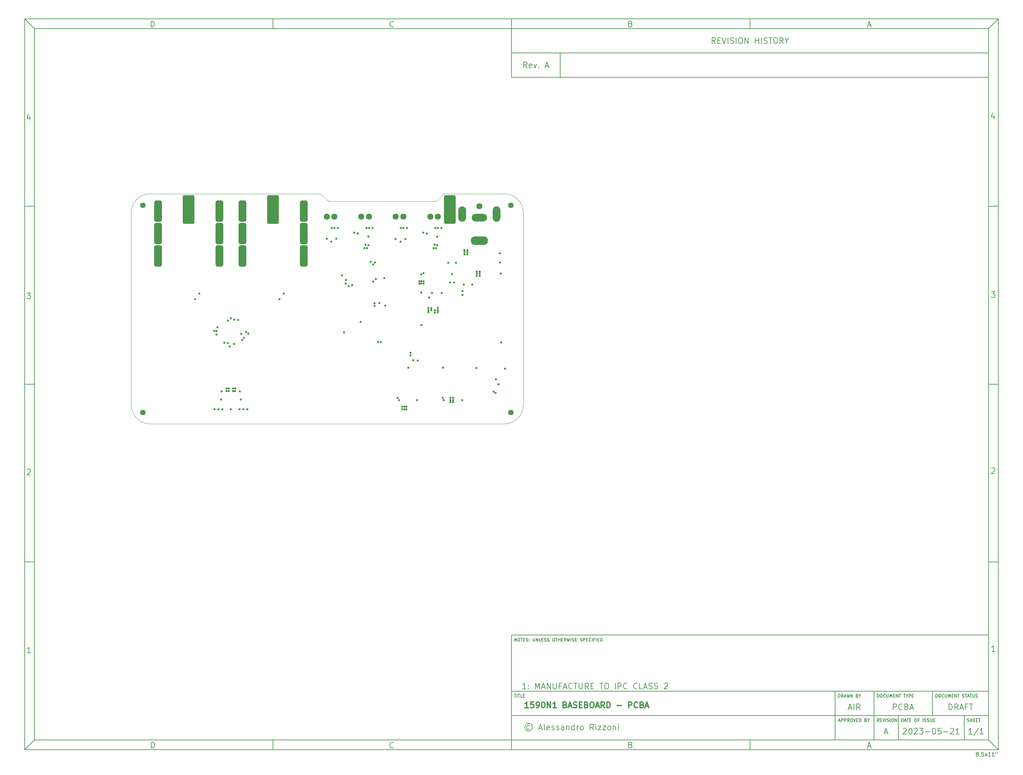
<source format=gbr>
%TF.GenerationSoftware,KiCad,Pcbnew,7.0.7*%
%TF.CreationDate,2023-08-19T17:10:16-04:00*%
%TF.ProjectId,baseboard,62617365-626f-4617-9264-2e6b69636164,A*%
%TF.SameCoordinates,Original*%
%TF.FileFunction,Soldermask,Bot*%
%TF.FilePolarity,Negative*%
%FSLAX46Y46*%
G04 Gerber Fmt 4.6, Leading zero omitted, Abs format (unit mm)*
G04 Created by KiCad (PCBNEW 7.0.7) date 2023-08-19 17:10:16*
%MOMM*%
%LPD*%
G01*
G04 APERTURE LIST*
G04 Aperture macros list*
%AMRoundRect*
0 Rectangle with rounded corners*
0 $1 Rounding radius*
0 $2 $3 $4 $5 $6 $7 $8 $9 X,Y pos of 4 corners*
0 Add a 4 corners polygon primitive as box body*
4,1,4,$2,$3,$4,$5,$6,$7,$8,$9,$2,$3,0*
0 Add four circle primitives for the rounded corners*
1,1,$1+$1,$2,$3*
1,1,$1+$1,$4,$5*
1,1,$1+$1,$6,$7*
1,1,$1+$1,$8,$9*
0 Add four rect primitives between the rounded corners*
20,1,$1+$1,$2,$3,$4,$5,0*
20,1,$1+$1,$4,$5,$6,$7,0*
20,1,$1+$1,$6,$7,$8,$9,0*
20,1,$1+$1,$8,$9,$2,$3,0*%
G04 Aperture macros list end*
%ADD10C,0.100000*%
%ADD11C,0.150000*%
%ADD12C,0.300000*%
%ADD13C,1.448000*%
%ADD14C,1.600000*%
%ADD15O,4.500000X2.250000*%
%ADD16O,4.000000X2.000000*%
%ADD17O,2.000000X4.000000*%
%ADD18RoundRect,0.500000X-0.500000X-2.300000X0.500000X-2.300000X0.500000X2.300000X-0.500000X2.300000X0*%
%ADD19RoundRect,0.300000X1.200000X3.450000X-1.200000X3.450000X-1.200000X-3.450000X1.200000X-3.450000X0*%
%ADD20C,0.550000*%
%TA.AperFunction,Profile*%
%ADD21C,0.050000*%
%TD*%
G04 APERTURE END LIST*
D10*
D11*
X259813572Y-199154128D02*
X258956429Y-199154128D01*
X259385000Y-199154128D02*
X259385000Y-197654128D01*
X259385000Y-197654128D02*
X259242143Y-197868414D01*
X259242143Y-197868414D02*
X259099286Y-198011271D01*
X259099286Y-198011271D02*
X258956429Y-198082700D01*
X261527857Y-197582700D02*
X260242143Y-199511271D01*
X262813572Y-199154128D02*
X261956429Y-199154128D01*
X262385000Y-199154128D02*
X262385000Y-197654128D01*
X262385000Y-197654128D02*
X262242143Y-197868414D01*
X262242143Y-197868414D02*
X262099286Y-198011271D01*
X262099286Y-198011271D02*
X261956429Y-198082700D01*
D10*
D11*
X140409874Y-188759295D02*
X140867017Y-188759295D01*
X140638445Y-189559295D02*
X140638445Y-188759295D01*
X141133684Y-189559295D02*
X141133684Y-188759295D01*
X141400350Y-188759295D02*
X141857493Y-188759295D01*
X141628921Y-189559295D02*
X141628921Y-188759295D01*
X142505112Y-189559295D02*
X142124160Y-189559295D01*
X142124160Y-189559295D02*
X142124160Y-188759295D01*
X142771779Y-189140247D02*
X143038445Y-189140247D01*
X143152731Y-189559295D02*
X142771779Y-189559295D01*
X142771779Y-189559295D02*
X142771779Y-188759295D01*
X142771779Y-188759295D02*
X143152731Y-188759295D01*
D10*
D11*
X235596303Y-195909295D02*
X235329636Y-195528342D01*
X235139160Y-195909295D02*
X235139160Y-195109295D01*
X235139160Y-195109295D02*
X235443922Y-195109295D01*
X235443922Y-195109295D02*
X235520112Y-195147390D01*
X235520112Y-195147390D02*
X235558207Y-195185485D01*
X235558207Y-195185485D02*
X235596303Y-195261676D01*
X235596303Y-195261676D02*
X235596303Y-195375961D01*
X235596303Y-195375961D02*
X235558207Y-195452152D01*
X235558207Y-195452152D02*
X235520112Y-195490247D01*
X235520112Y-195490247D02*
X235443922Y-195528342D01*
X235443922Y-195528342D02*
X235139160Y-195528342D01*
X235939160Y-195490247D02*
X236205826Y-195490247D01*
X236320112Y-195909295D02*
X235939160Y-195909295D01*
X235939160Y-195909295D02*
X235939160Y-195109295D01*
X235939160Y-195109295D02*
X236320112Y-195109295D01*
X236548684Y-195109295D02*
X236815351Y-195909295D01*
X236815351Y-195909295D02*
X237082017Y-195109295D01*
X237348684Y-195909295D02*
X237348684Y-195109295D01*
X237691540Y-195871200D02*
X237805826Y-195909295D01*
X237805826Y-195909295D02*
X237996302Y-195909295D01*
X237996302Y-195909295D02*
X238072493Y-195871200D01*
X238072493Y-195871200D02*
X238110588Y-195833104D01*
X238110588Y-195833104D02*
X238148683Y-195756914D01*
X238148683Y-195756914D02*
X238148683Y-195680723D01*
X238148683Y-195680723D02*
X238110588Y-195604533D01*
X238110588Y-195604533D02*
X238072493Y-195566438D01*
X238072493Y-195566438D02*
X237996302Y-195528342D01*
X237996302Y-195528342D02*
X237843921Y-195490247D01*
X237843921Y-195490247D02*
X237767731Y-195452152D01*
X237767731Y-195452152D02*
X237729636Y-195414057D01*
X237729636Y-195414057D02*
X237691540Y-195337866D01*
X237691540Y-195337866D02*
X237691540Y-195261676D01*
X237691540Y-195261676D02*
X237729636Y-195185485D01*
X237729636Y-195185485D02*
X237767731Y-195147390D01*
X237767731Y-195147390D02*
X237843921Y-195109295D01*
X237843921Y-195109295D02*
X238034398Y-195109295D01*
X238034398Y-195109295D02*
X238148683Y-195147390D01*
X238491541Y-195909295D02*
X238491541Y-195109295D01*
X239024874Y-195109295D02*
X239177255Y-195109295D01*
X239177255Y-195109295D02*
X239253445Y-195147390D01*
X239253445Y-195147390D02*
X239329636Y-195223580D01*
X239329636Y-195223580D02*
X239367731Y-195375961D01*
X239367731Y-195375961D02*
X239367731Y-195642628D01*
X239367731Y-195642628D02*
X239329636Y-195795009D01*
X239329636Y-195795009D02*
X239253445Y-195871200D01*
X239253445Y-195871200D02*
X239177255Y-195909295D01*
X239177255Y-195909295D02*
X239024874Y-195909295D01*
X239024874Y-195909295D02*
X238948683Y-195871200D01*
X238948683Y-195871200D02*
X238872493Y-195795009D01*
X238872493Y-195795009D02*
X238834397Y-195642628D01*
X238834397Y-195642628D02*
X238834397Y-195375961D01*
X238834397Y-195375961D02*
X238872493Y-195223580D01*
X238872493Y-195223580D02*
X238948683Y-195147390D01*
X238948683Y-195147390D02*
X239024874Y-195109295D01*
X239710588Y-195909295D02*
X239710588Y-195109295D01*
X239710588Y-195109295D02*
X240167731Y-195909295D01*
X240167731Y-195909295D02*
X240167731Y-195109295D01*
D10*
D11*
X241489160Y-195909295D02*
X241489160Y-195109295D01*
X241489160Y-195109295D02*
X241679636Y-195109295D01*
X241679636Y-195109295D02*
X241793922Y-195147390D01*
X241793922Y-195147390D02*
X241870112Y-195223580D01*
X241870112Y-195223580D02*
X241908207Y-195299771D01*
X241908207Y-195299771D02*
X241946303Y-195452152D01*
X241946303Y-195452152D02*
X241946303Y-195566438D01*
X241946303Y-195566438D02*
X241908207Y-195718819D01*
X241908207Y-195718819D02*
X241870112Y-195795009D01*
X241870112Y-195795009D02*
X241793922Y-195871200D01*
X241793922Y-195871200D02*
X241679636Y-195909295D01*
X241679636Y-195909295D02*
X241489160Y-195909295D01*
X242251064Y-195680723D02*
X242632017Y-195680723D01*
X242174874Y-195909295D02*
X242441541Y-195109295D01*
X242441541Y-195109295D02*
X242708207Y-195909295D01*
X242860588Y-195109295D02*
X243317731Y-195109295D01*
X243089159Y-195909295D02*
X243089159Y-195109295D01*
X243584398Y-195490247D02*
X243851064Y-195490247D01*
X243965350Y-195909295D02*
X243584398Y-195909295D01*
X243584398Y-195909295D02*
X243584398Y-195109295D01*
X243584398Y-195109295D02*
X243965350Y-195109295D01*
X245070113Y-195109295D02*
X245222494Y-195109295D01*
X245222494Y-195109295D02*
X245298684Y-195147390D01*
X245298684Y-195147390D02*
X245374875Y-195223580D01*
X245374875Y-195223580D02*
X245412970Y-195375961D01*
X245412970Y-195375961D02*
X245412970Y-195642628D01*
X245412970Y-195642628D02*
X245374875Y-195795009D01*
X245374875Y-195795009D02*
X245298684Y-195871200D01*
X245298684Y-195871200D02*
X245222494Y-195909295D01*
X245222494Y-195909295D02*
X245070113Y-195909295D01*
X245070113Y-195909295D02*
X244993922Y-195871200D01*
X244993922Y-195871200D02*
X244917732Y-195795009D01*
X244917732Y-195795009D02*
X244879636Y-195642628D01*
X244879636Y-195642628D02*
X244879636Y-195375961D01*
X244879636Y-195375961D02*
X244917732Y-195223580D01*
X244917732Y-195223580D02*
X244993922Y-195147390D01*
X244993922Y-195147390D02*
X245070113Y-195109295D01*
X246022493Y-195490247D02*
X245755827Y-195490247D01*
X245755827Y-195909295D02*
X245755827Y-195109295D01*
X245755827Y-195109295D02*
X246136779Y-195109295D01*
X247051065Y-195909295D02*
X247051065Y-195109295D01*
X247393921Y-195871200D02*
X247508207Y-195909295D01*
X247508207Y-195909295D02*
X247698683Y-195909295D01*
X247698683Y-195909295D02*
X247774874Y-195871200D01*
X247774874Y-195871200D02*
X247812969Y-195833104D01*
X247812969Y-195833104D02*
X247851064Y-195756914D01*
X247851064Y-195756914D02*
X247851064Y-195680723D01*
X247851064Y-195680723D02*
X247812969Y-195604533D01*
X247812969Y-195604533D02*
X247774874Y-195566438D01*
X247774874Y-195566438D02*
X247698683Y-195528342D01*
X247698683Y-195528342D02*
X247546302Y-195490247D01*
X247546302Y-195490247D02*
X247470112Y-195452152D01*
X247470112Y-195452152D02*
X247432017Y-195414057D01*
X247432017Y-195414057D02*
X247393921Y-195337866D01*
X247393921Y-195337866D02*
X247393921Y-195261676D01*
X247393921Y-195261676D02*
X247432017Y-195185485D01*
X247432017Y-195185485D02*
X247470112Y-195147390D01*
X247470112Y-195147390D02*
X247546302Y-195109295D01*
X247546302Y-195109295D02*
X247736779Y-195109295D01*
X247736779Y-195109295D02*
X247851064Y-195147390D01*
X248155826Y-195871200D02*
X248270112Y-195909295D01*
X248270112Y-195909295D02*
X248460588Y-195909295D01*
X248460588Y-195909295D02*
X248536779Y-195871200D01*
X248536779Y-195871200D02*
X248574874Y-195833104D01*
X248574874Y-195833104D02*
X248612969Y-195756914D01*
X248612969Y-195756914D02*
X248612969Y-195680723D01*
X248612969Y-195680723D02*
X248574874Y-195604533D01*
X248574874Y-195604533D02*
X248536779Y-195566438D01*
X248536779Y-195566438D02*
X248460588Y-195528342D01*
X248460588Y-195528342D02*
X248308207Y-195490247D01*
X248308207Y-195490247D02*
X248232017Y-195452152D01*
X248232017Y-195452152D02*
X248193922Y-195414057D01*
X248193922Y-195414057D02*
X248155826Y-195337866D01*
X248155826Y-195337866D02*
X248155826Y-195261676D01*
X248155826Y-195261676D02*
X248193922Y-195185485D01*
X248193922Y-195185485D02*
X248232017Y-195147390D01*
X248232017Y-195147390D02*
X248308207Y-195109295D01*
X248308207Y-195109295D02*
X248498684Y-195109295D01*
X248498684Y-195109295D02*
X248612969Y-195147390D01*
X248955827Y-195109295D02*
X248955827Y-195756914D01*
X248955827Y-195756914D02*
X248993922Y-195833104D01*
X248993922Y-195833104D02*
X249032017Y-195871200D01*
X249032017Y-195871200D02*
X249108208Y-195909295D01*
X249108208Y-195909295D02*
X249260589Y-195909295D01*
X249260589Y-195909295D02*
X249336779Y-195871200D01*
X249336779Y-195871200D02*
X249374874Y-195833104D01*
X249374874Y-195833104D02*
X249412970Y-195756914D01*
X249412970Y-195756914D02*
X249412970Y-195109295D01*
X249793922Y-195490247D02*
X250060588Y-195490247D01*
X250174874Y-195909295D02*
X249793922Y-195909295D01*
X249793922Y-195909295D02*
X249793922Y-195109295D01*
X249793922Y-195109295D02*
X250174874Y-195109295D01*
D10*
D11*
X258596064Y-195871200D02*
X258710350Y-195909295D01*
X258710350Y-195909295D02*
X258900826Y-195909295D01*
X258900826Y-195909295D02*
X258977017Y-195871200D01*
X258977017Y-195871200D02*
X259015112Y-195833104D01*
X259015112Y-195833104D02*
X259053207Y-195756914D01*
X259053207Y-195756914D02*
X259053207Y-195680723D01*
X259053207Y-195680723D02*
X259015112Y-195604533D01*
X259015112Y-195604533D02*
X258977017Y-195566438D01*
X258977017Y-195566438D02*
X258900826Y-195528342D01*
X258900826Y-195528342D02*
X258748445Y-195490247D01*
X258748445Y-195490247D02*
X258672255Y-195452152D01*
X258672255Y-195452152D02*
X258634160Y-195414057D01*
X258634160Y-195414057D02*
X258596064Y-195337866D01*
X258596064Y-195337866D02*
X258596064Y-195261676D01*
X258596064Y-195261676D02*
X258634160Y-195185485D01*
X258634160Y-195185485D02*
X258672255Y-195147390D01*
X258672255Y-195147390D02*
X258748445Y-195109295D01*
X258748445Y-195109295D02*
X258938922Y-195109295D01*
X258938922Y-195109295D02*
X259053207Y-195147390D01*
X259396065Y-195909295D02*
X259396065Y-195109295D01*
X259396065Y-195490247D02*
X259853208Y-195490247D01*
X259853208Y-195909295D02*
X259853208Y-195109295D01*
X260234160Y-195490247D02*
X260500826Y-195490247D01*
X260615112Y-195909295D02*
X260234160Y-195909295D01*
X260234160Y-195909295D02*
X260234160Y-195109295D01*
X260234160Y-195109295D02*
X260615112Y-195109295D01*
X260957970Y-195490247D02*
X261224636Y-195490247D01*
X261338922Y-195909295D02*
X260957970Y-195909295D01*
X260957970Y-195909295D02*
X260957970Y-195109295D01*
X260957970Y-195109295D02*
X261338922Y-195109295D01*
X261567494Y-195109295D02*
X262024637Y-195109295D01*
X261796065Y-195909295D02*
X261796065Y-195109295D01*
D10*
D11*
X239299285Y-192804128D02*
X239299285Y-191304128D01*
X239299285Y-191304128D02*
X239870714Y-191304128D01*
X239870714Y-191304128D02*
X240013571Y-191375557D01*
X240013571Y-191375557D02*
X240085000Y-191446985D01*
X240085000Y-191446985D02*
X240156428Y-191589842D01*
X240156428Y-191589842D02*
X240156428Y-191804128D01*
X240156428Y-191804128D02*
X240085000Y-191946985D01*
X240085000Y-191946985D02*
X240013571Y-192018414D01*
X240013571Y-192018414D02*
X239870714Y-192089842D01*
X239870714Y-192089842D02*
X239299285Y-192089842D01*
X241656428Y-192661271D02*
X241585000Y-192732700D01*
X241585000Y-192732700D02*
X241370714Y-192804128D01*
X241370714Y-192804128D02*
X241227857Y-192804128D01*
X241227857Y-192804128D02*
X241013571Y-192732700D01*
X241013571Y-192732700D02*
X240870714Y-192589842D01*
X240870714Y-192589842D02*
X240799285Y-192446985D01*
X240799285Y-192446985D02*
X240727857Y-192161271D01*
X240727857Y-192161271D02*
X240727857Y-191946985D01*
X240727857Y-191946985D02*
X240799285Y-191661271D01*
X240799285Y-191661271D02*
X240870714Y-191518414D01*
X240870714Y-191518414D02*
X241013571Y-191375557D01*
X241013571Y-191375557D02*
X241227857Y-191304128D01*
X241227857Y-191304128D02*
X241370714Y-191304128D01*
X241370714Y-191304128D02*
X241585000Y-191375557D01*
X241585000Y-191375557D02*
X241656428Y-191446985D01*
X242799285Y-192018414D02*
X243013571Y-192089842D01*
X243013571Y-192089842D02*
X243085000Y-192161271D01*
X243085000Y-192161271D02*
X243156428Y-192304128D01*
X243156428Y-192304128D02*
X243156428Y-192518414D01*
X243156428Y-192518414D02*
X243085000Y-192661271D01*
X243085000Y-192661271D02*
X243013571Y-192732700D01*
X243013571Y-192732700D02*
X242870714Y-192804128D01*
X242870714Y-192804128D02*
X242299285Y-192804128D01*
X242299285Y-192804128D02*
X242299285Y-191304128D01*
X242299285Y-191304128D02*
X242799285Y-191304128D01*
X242799285Y-191304128D02*
X242942143Y-191375557D01*
X242942143Y-191375557D02*
X243013571Y-191446985D01*
X243013571Y-191446985D02*
X243085000Y-191589842D01*
X243085000Y-191589842D02*
X243085000Y-191732700D01*
X243085000Y-191732700D02*
X243013571Y-191875557D01*
X243013571Y-191875557D02*
X242942143Y-191946985D01*
X242942143Y-191946985D02*
X242799285Y-192018414D01*
X242799285Y-192018414D02*
X242299285Y-192018414D01*
X243727857Y-192375557D02*
X244442143Y-192375557D01*
X243585000Y-192804128D02*
X244085000Y-191304128D01*
X244085000Y-191304128D02*
X244585000Y-192804128D01*
D10*
D11*
X225068064Y-195680723D02*
X225449017Y-195680723D01*
X224991874Y-195909295D02*
X225258541Y-195109295D01*
X225258541Y-195109295D02*
X225525207Y-195909295D01*
X225791874Y-195909295D02*
X225791874Y-195109295D01*
X225791874Y-195109295D02*
X226096636Y-195109295D01*
X226096636Y-195109295D02*
X226172826Y-195147390D01*
X226172826Y-195147390D02*
X226210921Y-195185485D01*
X226210921Y-195185485D02*
X226249017Y-195261676D01*
X226249017Y-195261676D02*
X226249017Y-195375961D01*
X226249017Y-195375961D02*
X226210921Y-195452152D01*
X226210921Y-195452152D02*
X226172826Y-195490247D01*
X226172826Y-195490247D02*
X226096636Y-195528342D01*
X226096636Y-195528342D02*
X225791874Y-195528342D01*
X226591874Y-195909295D02*
X226591874Y-195109295D01*
X226591874Y-195109295D02*
X226896636Y-195109295D01*
X226896636Y-195109295D02*
X226972826Y-195147390D01*
X226972826Y-195147390D02*
X227010921Y-195185485D01*
X227010921Y-195185485D02*
X227049017Y-195261676D01*
X227049017Y-195261676D02*
X227049017Y-195375961D01*
X227049017Y-195375961D02*
X227010921Y-195452152D01*
X227010921Y-195452152D02*
X226972826Y-195490247D01*
X226972826Y-195490247D02*
X226896636Y-195528342D01*
X226896636Y-195528342D02*
X226591874Y-195528342D01*
X227849017Y-195909295D02*
X227582350Y-195528342D01*
X227391874Y-195909295D02*
X227391874Y-195109295D01*
X227391874Y-195109295D02*
X227696636Y-195109295D01*
X227696636Y-195109295D02*
X227772826Y-195147390D01*
X227772826Y-195147390D02*
X227810921Y-195185485D01*
X227810921Y-195185485D02*
X227849017Y-195261676D01*
X227849017Y-195261676D02*
X227849017Y-195375961D01*
X227849017Y-195375961D02*
X227810921Y-195452152D01*
X227810921Y-195452152D02*
X227772826Y-195490247D01*
X227772826Y-195490247D02*
X227696636Y-195528342D01*
X227696636Y-195528342D02*
X227391874Y-195528342D01*
X228344255Y-195109295D02*
X228496636Y-195109295D01*
X228496636Y-195109295D02*
X228572826Y-195147390D01*
X228572826Y-195147390D02*
X228649017Y-195223580D01*
X228649017Y-195223580D02*
X228687112Y-195375961D01*
X228687112Y-195375961D02*
X228687112Y-195642628D01*
X228687112Y-195642628D02*
X228649017Y-195795009D01*
X228649017Y-195795009D02*
X228572826Y-195871200D01*
X228572826Y-195871200D02*
X228496636Y-195909295D01*
X228496636Y-195909295D02*
X228344255Y-195909295D01*
X228344255Y-195909295D02*
X228268064Y-195871200D01*
X228268064Y-195871200D02*
X228191874Y-195795009D01*
X228191874Y-195795009D02*
X228153778Y-195642628D01*
X228153778Y-195642628D02*
X228153778Y-195375961D01*
X228153778Y-195375961D02*
X228191874Y-195223580D01*
X228191874Y-195223580D02*
X228268064Y-195147390D01*
X228268064Y-195147390D02*
X228344255Y-195109295D01*
X228915683Y-195109295D02*
X229182350Y-195909295D01*
X229182350Y-195909295D02*
X229449016Y-195109295D01*
X229715683Y-195490247D02*
X229982349Y-195490247D01*
X230096635Y-195909295D02*
X229715683Y-195909295D01*
X229715683Y-195909295D02*
X229715683Y-195109295D01*
X229715683Y-195109295D02*
X230096635Y-195109295D01*
X230439493Y-195909295D02*
X230439493Y-195109295D01*
X230439493Y-195109295D02*
X230629969Y-195109295D01*
X230629969Y-195109295D02*
X230744255Y-195147390D01*
X230744255Y-195147390D02*
X230820445Y-195223580D01*
X230820445Y-195223580D02*
X230858540Y-195299771D01*
X230858540Y-195299771D02*
X230896636Y-195452152D01*
X230896636Y-195452152D02*
X230896636Y-195566438D01*
X230896636Y-195566438D02*
X230858540Y-195718819D01*
X230858540Y-195718819D02*
X230820445Y-195795009D01*
X230820445Y-195795009D02*
X230744255Y-195871200D01*
X230744255Y-195871200D02*
X230629969Y-195909295D01*
X230629969Y-195909295D02*
X230439493Y-195909295D01*
X232115683Y-195490247D02*
X232229969Y-195528342D01*
X232229969Y-195528342D02*
X232268064Y-195566438D01*
X232268064Y-195566438D02*
X232306160Y-195642628D01*
X232306160Y-195642628D02*
X232306160Y-195756914D01*
X232306160Y-195756914D02*
X232268064Y-195833104D01*
X232268064Y-195833104D02*
X232229969Y-195871200D01*
X232229969Y-195871200D02*
X232153779Y-195909295D01*
X232153779Y-195909295D02*
X231849017Y-195909295D01*
X231849017Y-195909295D02*
X231849017Y-195109295D01*
X231849017Y-195109295D02*
X232115683Y-195109295D01*
X232115683Y-195109295D02*
X232191874Y-195147390D01*
X232191874Y-195147390D02*
X232229969Y-195185485D01*
X232229969Y-195185485D02*
X232268064Y-195261676D01*
X232268064Y-195261676D02*
X232268064Y-195337866D01*
X232268064Y-195337866D02*
X232229969Y-195414057D01*
X232229969Y-195414057D02*
X232191874Y-195452152D01*
X232191874Y-195452152D02*
X232115683Y-195490247D01*
X232115683Y-195490247D02*
X231849017Y-195490247D01*
X232801398Y-195528342D02*
X232801398Y-195909295D01*
X232534731Y-195109295D02*
X232801398Y-195528342D01*
X232801398Y-195528342D02*
X233068064Y-195109295D01*
D10*
D11*
X144445112Y-196918271D02*
X144302255Y-196846842D01*
X144302255Y-196846842D02*
X144016541Y-196846842D01*
X144016541Y-196846842D02*
X143873684Y-196918271D01*
X143873684Y-196918271D02*
X143730826Y-197061128D01*
X143730826Y-197061128D02*
X143659398Y-197203985D01*
X143659398Y-197203985D02*
X143659398Y-197489700D01*
X143659398Y-197489700D02*
X143730826Y-197632557D01*
X143730826Y-197632557D02*
X143873684Y-197775414D01*
X143873684Y-197775414D02*
X144016541Y-197846842D01*
X144016541Y-197846842D02*
X144302255Y-197846842D01*
X144302255Y-197846842D02*
X144445112Y-197775414D01*
X144159398Y-196346842D02*
X143802255Y-196418271D01*
X143802255Y-196418271D02*
X143445112Y-196632557D01*
X143445112Y-196632557D02*
X143230826Y-196989700D01*
X143230826Y-196989700D02*
X143159398Y-197346842D01*
X143159398Y-197346842D02*
X143230826Y-197703985D01*
X143230826Y-197703985D02*
X143445112Y-198061128D01*
X143445112Y-198061128D02*
X143802255Y-198275414D01*
X143802255Y-198275414D02*
X144159398Y-198346842D01*
X144159398Y-198346842D02*
X144516541Y-198275414D01*
X144516541Y-198275414D02*
X144873684Y-198061128D01*
X144873684Y-198061128D02*
X145087969Y-197703985D01*
X145087969Y-197703985D02*
X145159398Y-197346842D01*
X145159398Y-197346842D02*
X145087969Y-196989700D01*
X145087969Y-196989700D02*
X144873684Y-196632557D01*
X144873684Y-196632557D02*
X144516541Y-196418271D01*
X144516541Y-196418271D02*
X144159398Y-196346842D01*
X146873684Y-197632557D02*
X147587970Y-197632557D01*
X146730827Y-198061128D02*
X147230827Y-196561128D01*
X147230827Y-196561128D02*
X147730827Y-198061128D01*
X148445112Y-198061128D02*
X148302255Y-197989700D01*
X148302255Y-197989700D02*
X148230826Y-197846842D01*
X148230826Y-197846842D02*
X148230826Y-196561128D01*
X149587969Y-197989700D02*
X149445112Y-198061128D01*
X149445112Y-198061128D02*
X149159398Y-198061128D01*
X149159398Y-198061128D02*
X149016540Y-197989700D01*
X149016540Y-197989700D02*
X148945112Y-197846842D01*
X148945112Y-197846842D02*
X148945112Y-197275414D01*
X148945112Y-197275414D02*
X149016540Y-197132557D01*
X149016540Y-197132557D02*
X149159398Y-197061128D01*
X149159398Y-197061128D02*
X149445112Y-197061128D01*
X149445112Y-197061128D02*
X149587969Y-197132557D01*
X149587969Y-197132557D02*
X149659398Y-197275414D01*
X149659398Y-197275414D02*
X149659398Y-197418271D01*
X149659398Y-197418271D02*
X148945112Y-197561128D01*
X150230826Y-197989700D02*
X150373683Y-198061128D01*
X150373683Y-198061128D02*
X150659397Y-198061128D01*
X150659397Y-198061128D02*
X150802254Y-197989700D01*
X150802254Y-197989700D02*
X150873683Y-197846842D01*
X150873683Y-197846842D02*
X150873683Y-197775414D01*
X150873683Y-197775414D02*
X150802254Y-197632557D01*
X150802254Y-197632557D02*
X150659397Y-197561128D01*
X150659397Y-197561128D02*
X150445112Y-197561128D01*
X150445112Y-197561128D02*
X150302254Y-197489700D01*
X150302254Y-197489700D02*
X150230826Y-197346842D01*
X150230826Y-197346842D02*
X150230826Y-197275414D01*
X150230826Y-197275414D02*
X150302254Y-197132557D01*
X150302254Y-197132557D02*
X150445112Y-197061128D01*
X150445112Y-197061128D02*
X150659397Y-197061128D01*
X150659397Y-197061128D02*
X150802254Y-197132557D01*
X151445112Y-197989700D02*
X151587969Y-198061128D01*
X151587969Y-198061128D02*
X151873683Y-198061128D01*
X151873683Y-198061128D02*
X152016540Y-197989700D01*
X152016540Y-197989700D02*
X152087969Y-197846842D01*
X152087969Y-197846842D02*
X152087969Y-197775414D01*
X152087969Y-197775414D02*
X152016540Y-197632557D01*
X152016540Y-197632557D02*
X151873683Y-197561128D01*
X151873683Y-197561128D02*
X151659398Y-197561128D01*
X151659398Y-197561128D02*
X151516540Y-197489700D01*
X151516540Y-197489700D02*
X151445112Y-197346842D01*
X151445112Y-197346842D02*
X151445112Y-197275414D01*
X151445112Y-197275414D02*
X151516540Y-197132557D01*
X151516540Y-197132557D02*
X151659398Y-197061128D01*
X151659398Y-197061128D02*
X151873683Y-197061128D01*
X151873683Y-197061128D02*
X152016540Y-197132557D01*
X153373684Y-198061128D02*
X153373684Y-197275414D01*
X153373684Y-197275414D02*
X153302255Y-197132557D01*
X153302255Y-197132557D02*
X153159398Y-197061128D01*
X153159398Y-197061128D02*
X152873684Y-197061128D01*
X152873684Y-197061128D02*
X152730826Y-197132557D01*
X153373684Y-197989700D02*
X153230826Y-198061128D01*
X153230826Y-198061128D02*
X152873684Y-198061128D01*
X152873684Y-198061128D02*
X152730826Y-197989700D01*
X152730826Y-197989700D02*
X152659398Y-197846842D01*
X152659398Y-197846842D02*
X152659398Y-197703985D01*
X152659398Y-197703985D02*
X152730826Y-197561128D01*
X152730826Y-197561128D02*
X152873684Y-197489700D01*
X152873684Y-197489700D02*
X153230826Y-197489700D01*
X153230826Y-197489700D02*
X153373684Y-197418271D01*
X154087969Y-197061128D02*
X154087969Y-198061128D01*
X154087969Y-197203985D02*
X154159398Y-197132557D01*
X154159398Y-197132557D02*
X154302255Y-197061128D01*
X154302255Y-197061128D02*
X154516541Y-197061128D01*
X154516541Y-197061128D02*
X154659398Y-197132557D01*
X154659398Y-197132557D02*
X154730827Y-197275414D01*
X154730827Y-197275414D02*
X154730827Y-198061128D01*
X156087970Y-198061128D02*
X156087970Y-196561128D01*
X156087970Y-197989700D02*
X155945112Y-198061128D01*
X155945112Y-198061128D02*
X155659398Y-198061128D01*
X155659398Y-198061128D02*
X155516541Y-197989700D01*
X155516541Y-197989700D02*
X155445112Y-197918271D01*
X155445112Y-197918271D02*
X155373684Y-197775414D01*
X155373684Y-197775414D02*
X155373684Y-197346842D01*
X155373684Y-197346842D02*
X155445112Y-197203985D01*
X155445112Y-197203985D02*
X155516541Y-197132557D01*
X155516541Y-197132557D02*
X155659398Y-197061128D01*
X155659398Y-197061128D02*
X155945112Y-197061128D01*
X155945112Y-197061128D02*
X156087970Y-197132557D01*
X156802255Y-198061128D02*
X156802255Y-197061128D01*
X156802255Y-197346842D02*
X156873684Y-197203985D01*
X156873684Y-197203985D02*
X156945113Y-197132557D01*
X156945113Y-197132557D02*
X157087970Y-197061128D01*
X157087970Y-197061128D02*
X157230827Y-197061128D01*
X157945112Y-198061128D02*
X157802255Y-197989700D01*
X157802255Y-197989700D02*
X157730826Y-197918271D01*
X157730826Y-197918271D02*
X157659398Y-197775414D01*
X157659398Y-197775414D02*
X157659398Y-197346842D01*
X157659398Y-197346842D02*
X157730826Y-197203985D01*
X157730826Y-197203985D02*
X157802255Y-197132557D01*
X157802255Y-197132557D02*
X157945112Y-197061128D01*
X157945112Y-197061128D02*
X158159398Y-197061128D01*
X158159398Y-197061128D02*
X158302255Y-197132557D01*
X158302255Y-197132557D02*
X158373684Y-197203985D01*
X158373684Y-197203985D02*
X158445112Y-197346842D01*
X158445112Y-197346842D02*
X158445112Y-197775414D01*
X158445112Y-197775414D02*
X158373684Y-197918271D01*
X158373684Y-197918271D02*
X158302255Y-197989700D01*
X158302255Y-197989700D02*
X158159398Y-198061128D01*
X158159398Y-198061128D02*
X157945112Y-198061128D01*
X161087969Y-198061128D02*
X160587969Y-197346842D01*
X160230826Y-198061128D02*
X160230826Y-196561128D01*
X160230826Y-196561128D02*
X160802255Y-196561128D01*
X160802255Y-196561128D02*
X160945112Y-196632557D01*
X160945112Y-196632557D02*
X161016541Y-196703985D01*
X161016541Y-196703985D02*
X161087969Y-196846842D01*
X161087969Y-196846842D02*
X161087969Y-197061128D01*
X161087969Y-197061128D02*
X161016541Y-197203985D01*
X161016541Y-197203985D02*
X160945112Y-197275414D01*
X160945112Y-197275414D02*
X160802255Y-197346842D01*
X160802255Y-197346842D02*
X160230826Y-197346842D01*
X161730826Y-198061128D02*
X161730826Y-197061128D01*
X161730826Y-196561128D02*
X161659398Y-196632557D01*
X161659398Y-196632557D02*
X161730826Y-196703985D01*
X161730826Y-196703985D02*
X161802255Y-196632557D01*
X161802255Y-196632557D02*
X161730826Y-196561128D01*
X161730826Y-196561128D02*
X161730826Y-196703985D01*
X162302255Y-197061128D02*
X163087970Y-197061128D01*
X163087970Y-197061128D02*
X162302255Y-198061128D01*
X162302255Y-198061128D02*
X163087970Y-198061128D01*
X163516541Y-197061128D02*
X164302256Y-197061128D01*
X164302256Y-197061128D02*
X163516541Y-198061128D01*
X163516541Y-198061128D02*
X164302256Y-198061128D01*
X165087970Y-198061128D02*
X164945113Y-197989700D01*
X164945113Y-197989700D02*
X164873684Y-197918271D01*
X164873684Y-197918271D02*
X164802256Y-197775414D01*
X164802256Y-197775414D02*
X164802256Y-197346842D01*
X164802256Y-197346842D02*
X164873684Y-197203985D01*
X164873684Y-197203985D02*
X164945113Y-197132557D01*
X164945113Y-197132557D02*
X165087970Y-197061128D01*
X165087970Y-197061128D02*
X165302256Y-197061128D01*
X165302256Y-197061128D02*
X165445113Y-197132557D01*
X165445113Y-197132557D02*
X165516542Y-197203985D01*
X165516542Y-197203985D02*
X165587970Y-197346842D01*
X165587970Y-197346842D02*
X165587970Y-197775414D01*
X165587970Y-197775414D02*
X165516542Y-197918271D01*
X165516542Y-197918271D02*
X165445113Y-197989700D01*
X165445113Y-197989700D02*
X165302256Y-198061128D01*
X165302256Y-198061128D02*
X165087970Y-198061128D01*
X166230827Y-197061128D02*
X166230827Y-198061128D01*
X166230827Y-197203985D02*
X166302256Y-197132557D01*
X166302256Y-197132557D02*
X166445113Y-197061128D01*
X166445113Y-197061128D02*
X166659399Y-197061128D01*
X166659399Y-197061128D02*
X166802256Y-197132557D01*
X166802256Y-197132557D02*
X166873685Y-197275414D01*
X166873685Y-197275414D02*
X166873685Y-198061128D01*
X167587970Y-198061128D02*
X167587970Y-197061128D01*
X167587970Y-196561128D02*
X167516542Y-196632557D01*
X167516542Y-196632557D02*
X167587970Y-196703985D01*
X167587970Y-196703985D02*
X167659399Y-196632557D01*
X167659399Y-196632557D02*
X167587970Y-196561128D01*
X167587970Y-196561128D02*
X167587970Y-196703985D01*
D10*
D11*
X227670714Y-192375557D02*
X228385000Y-192375557D01*
X227527857Y-192804128D02*
X228027857Y-191304128D01*
X228027857Y-191304128D02*
X228527857Y-192804128D01*
X229027856Y-192804128D02*
X229027856Y-191304128D01*
X230599285Y-192804128D02*
X230099285Y-192089842D01*
X229742142Y-192804128D02*
X229742142Y-191304128D01*
X229742142Y-191304128D02*
X230313571Y-191304128D01*
X230313571Y-191304128D02*
X230456428Y-191375557D01*
X230456428Y-191375557D02*
X230527857Y-191446985D01*
X230527857Y-191446985D02*
X230599285Y-191589842D01*
X230599285Y-191589842D02*
X230599285Y-191804128D01*
X230599285Y-191804128D02*
X230527857Y-191946985D01*
X230527857Y-191946985D02*
X230456428Y-192018414D01*
X230456428Y-192018414D02*
X230313571Y-192089842D01*
X230313571Y-192089842D02*
X229742142Y-192089842D01*
D10*
D11*
D10*
D11*
X250379160Y-189559295D02*
X250379160Y-188759295D01*
X250379160Y-188759295D02*
X250569636Y-188759295D01*
X250569636Y-188759295D02*
X250683922Y-188797390D01*
X250683922Y-188797390D02*
X250760112Y-188873580D01*
X250760112Y-188873580D02*
X250798207Y-188949771D01*
X250798207Y-188949771D02*
X250836303Y-189102152D01*
X250836303Y-189102152D02*
X250836303Y-189216438D01*
X250836303Y-189216438D02*
X250798207Y-189368819D01*
X250798207Y-189368819D02*
X250760112Y-189445009D01*
X250760112Y-189445009D02*
X250683922Y-189521200D01*
X250683922Y-189521200D02*
X250569636Y-189559295D01*
X250569636Y-189559295D02*
X250379160Y-189559295D01*
X251331541Y-188759295D02*
X251483922Y-188759295D01*
X251483922Y-188759295D02*
X251560112Y-188797390D01*
X251560112Y-188797390D02*
X251636303Y-188873580D01*
X251636303Y-188873580D02*
X251674398Y-189025961D01*
X251674398Y-189025961D02*
X251674398Y-189292628D01*
X251674398Y-189292628D02*
X251636303Y-189445009D01*
X251636303Y-189445009D02*
X251560112Y-189521200D01*
X251560112Y-189521200D02*
X251483922Y-189559295D01*
X251483922Y-189559295D02*
X251331541Y-189559295D01*
X251331541Y-189559295D02*
X251255350Y-189521200D01*
X251255350Y-189521200D02*
X251179160Y-189445009D01*
X251179160Y-189445009D02*
X251141064Y-189292628D01*
X251141064Y-189292628D02*
X251141064Y-189025961D01*
X251141064Y-189025961D02*
X251179160Y-188873580D01*
X251179160Y-188873580D02*
X251255350Y-188797390D01*
X251255350Y-188797390D02*
X251331541Y-188759295D01*
X252474398Y-189483104D02*
X252436302Y-189521200D01*
X252436302Y-189521200D02*
X252322017Y-189559295D01*
X252322017Y-189559295D02*
X252245826Y-189559295D01*
X252245826Y-189559295D02*
X252131540Y-189521200D01*
X252131540Y-189521200D02*
X252055350Y-189445009D01*
X252055350Y-189445009D02*
X252017255Y-189368819D01*
X252017255Y-189368819D02*
X251979159Y-189216438D01*
X251979159Y-189216438D02*
X251979159Y-189102152D01*
X251979159Y-189102152D02*
X252017255Y-188949771D01*
X252017255Y-188949771D02*
X252055350Y-188873580D01*
X252055350Y-188873580D02*
X252131540Y-188797390D01*
X252131540Y-188797390D02*
X252245826Y-188759295D01*
X252245826Y-188759295D02*
X252322017Y-188759295D01*
X252322017Y-188759295D02*
X252436302Y-188797390D01*
X252436302Y-188797390D02*
X252474398Y-188835485D01*
X252817255Y-188759295D02*
X252817255Y-189406914D01*
X252817255Y-189406914D02*
X252855350Y-189483104D01*
X252855350Y-189483104D02*
X252893445Y-189521200D01*
X252893445Y-189521200D02*
X252969636Y-189559295D01*
X252969636Y-189559295D02*
X253122017Y-189559295D01*
X253122017Y-189559295D02*
X253198207Y-189521200D01*
X253198207Y-189521200D02*
X253236302Y-189483104D01*
X253236302Y-189483104D02*
X253274398Y-189406914D01*
X253274398Y-189406914D02*
X253274398Y-188759295D01*
X253655350Y-189559295D02*
X253655350Y-188759295D01*
X253655350Y-188759295D02*
X253922016Y-189330723D01*
X253922016Y-189330723D02*
X254188683Y-188759295D01*
X254188683Y-188759295D02*
X254188683Y-189559295D01*
X254569636Y-189140247D02*
X254836302Y-189140247D01*
X254950588Y-189559295D02*
X254569636Y-189559295D01*
X254569636Y-189559295D02*
X254569636Y-188759295D01*
X254569636Y-188759295D02*
X254950588Y-188759295D01*
X255293446Y-189559295D02*
X255293446Y-188759295D01*
X255293446Y-188759295D02*
X255750589Y-189559295D01*
X255750589Y-189559295D02*
X255750589Y-188759295D01*
X256017255Y-188759295D02*
X256474398Y-188759295D01*
X256245826Y-189559295D02*
X256245826Y-188759295D01*
X257312493Y-189521200D02*
X257426779Y-189559295D01*
X257426779Y-189559295D02*
X257617255Y-189559295D01*
X257617255Y-189559295D02*
X257693446Y-189521200D01*
X257693446Y-189521200D02*
X257731541Y-189483104D01*
X257731541Y-189483104D02*
X257769636Y-189406914D01*
X257769636Y-189406914D02*
X257769636Y-189330723D01*
X257769636Y-189330723D02*
X257731541Y-189254533D01*
X257731541Y-189254533D02*
X257693446Y-189216438D01*
X257693446Y-189216438D02*
X257617255Y-189178342D01*
X257617255Y-189178342D02*
X257464874Y-189140247D01*
X257464874Y-189140247D02*
X257388684Y-189102152D01*
X257388684Y-189102152D02*
X257350589Y-189064057D01*
X257350589Y-189064057D02*
X257312493Y-188987866D01*
X257312493Y-188987866D02*
X257312493Y-188911676D01*
X257312493Y-188911676D02*
X257350589Y-188835485D01*
X257350589Y-188835485D02*
X257388684Y-188797390D01*
X257388684Y-188797390D02*
X257464874Y-188759295D01*
X257464874Y-188759295D02*
X257655351Y-188759295D01*
X257655351Y-188759295D02*
X257769636Y-188797390D01*
X257998208Y-188759295D02*
X258455351Y-188759295D01*
X258226779Y-189559295D02*
X258226779Y-188759295D01*
X258683922Y-189330723D02*
X259064875Y-189330723D01*
X258607732Y-189559295D02*
X258874399Y-188759295D01*
X258874399Y-188759295D02*
X259141065Y-189559295D01*
X259293446Y-188759295D02*
X259750589Y-188759295D01*
X259522017Y-189559295D02*
X259522017Y-188759295D01*
X260017256Y-188759295D02*
X260017256Y-189406914D01*
X260017256Y-189406914D02*
X260055351Y-189483104D01*
X260055351Y-189483104D02*
X260093446Y-189521200D01*
X260093446Y-189521200D02*
X260169637Y-189559295D01*
X260169637Y-189559295D02*
X260322018Y-189559295D01*
X260322018Y-189559295D02*
X260398208Y-189521200D01*
X260398208Y-189521200D02*
X260436303Y-189483104D01*
X260436303Y-189483104D02*
X260474399Y-189406914D01*
X260474399Y-189406914D02*
X260474399Y-188759295D01*
X260817255Y-189521200D02*
X260931541Y-189559295D01*
X260931541Y-189559295D02*
X261122017Y-189559295D01*
X261122017Y-189559295D02*
X261198208Y-189521200D01*
X261198208Y-189521200D02*
X261236303Y-189483104D01*
X261236303Y-189483104D02*
X261274398Y-189406914D01*
X261274398Y-189406914D02*
X261274398Y-189330723D01*
X261274398Y-189330723D02*
X261236303Y-189254533D01*
X261236303Y-189254533D02*
X261198208Y-189216438D01*
X261198208Y-189216438D02*
X261122017Y-189178342D01*
X261122017Y-189178342D02*
X260969636Y-189140247D01*
X260969636Y-189140247D02*
X260893446Y-189102152D01*
X260893446Y-189102152D02*
X260855351Y-189064057D01*
X260855351Y-189064057D02*
X260817255Y-188987866D01*
X260817255Y-188987866D02*
X260817255Y-188911676D01*
X260817255Y-188911676D02*
X260855351Y-188835485D01*
X260855351Y-188835485D02*
X260893446Y-188797390D01*
X260893446Y-188797390D02*
X260969636Y-188759295D01*
X260969636Y-188759295D02*
X261160113Y-188759295D01*
X261160113Y-188759295D02*
X261274398Y-188797390D01*
D10*
D11*
X224979160Y-189559295D02*
X224979160Y-188759295D01*
X224979160Y-188759295D02*
X225169636Y-188759295D01*
X225169636Y-188759295D02*
X225283922Y-188797390D01*
X225283922Y-188797390D02*
X225360112Y-188873580D01*
X225360112Y-188873580D02*
X225398207Y-188949771D01*
X225398207Y-188949771D02*
X225436303Y-189102152D01*
X225436303Y-189102152D02*
X225436303Y-189216438D01*
X225436303Y-189216438D02*
X225398207Y-189368819D01*
X225398207Y-189368819D02*
X225360112Y-189445009D01*
X225360112Y-189445009D02*
X225283922Y-189521200D01*
X225283922Y-189521200D02*
X225169636Y-189559295D01*
X225169636Y-189559295D02*
X224979160Y-189559295D01*
X226236303Y-189559295D02*
X225969636Y-189178342D01*
X225779160Y-189559295D02*
X225779160Y-188759295D01*
X225779160Y-188759295D02*
X226083922Y-188759295D01*
X226083922Y-188759295D02*
X226160112Y-188797390D01*
X226160112Y-188797390D02*
X226198207Y-188835485D01*
X226198207Y-188835485D02*
X226236303Y-188911676D01*
X226236303Y-188911676D02*
X226236303Y-189025961D01*
X226236303Y-189025961D02*
X226198207Y-189102152D01*
X226198207Y-189102152D02*
X226160112Y-189140247D01*
X226160112Y-189140247D02*
X226083922Y-189178342D01*
X226083922Y-189178342D02*
X225779160Y-189178342D01*
X226541064Y-189330723D02*
X226922017Y-189330723D01*
X226464874Y-189559295D02*
X226731541Y-188759295D01*
X226731541Y-188759295D02*
X226998207Y-189559295D01*
X227188683Y-188759295D02*
X227379159Y-189559295D01*
X227379159Y-189559295D02*
X227531540Y-188987866D01*
X227531540Y-188987866D02*
X227683921Y-189559295D01*
X227683921Y-189559295D02*
X227874398Y-188759295D01*
X228179160Y-189559295D02*
X228179160Y-188759295D01*
X228179160Y-188759295D02*
X228636303Y-189559295D01*
X228636303Y-189559295D02*
X228636303Y-188759295D01*
X229893445Y-189140247D02*
X230007731Y-189178342D01*
X230007731Y-189178342D02*
X230045826Y-189216438D01*
X230045826Y-189216438D02*
X230083922Y-189292628D01*
X230083922Y-189292628D02*
X230083922Y-189406914D01*
X230083922Y-189406914D02*
X230045826Y-189483104D01*
X230045826Y-189483104D02*
X230007731Y-189521200D01*
X230007731Y-189521200D02*
X229931541Y-189559295D01*
X229931541Y-189559295D02*
X229626779Y-189559295D01*
X229626779Y-189559295D02*
X229626779Y-188759295D01*
X229626779Y-188759295D02*
X229893445Y-188759295D01*
X229893445Y-188759295D02*
X229969636Y-188797390D01*
X229969636Y-188797390D02*
X230007731Y-188835485D01*
X230007731Y-188835485D02*
X230045826Y-188911676D01*
X230045826Y-188911676D02*
X230045826Y-188987866D01*
X230045826Y-188987866D02*
X230007731Y-189064057D01*
X230007731Y-189064057D02*
X229969636Y-189102152D01*
X229969636Y-189102152D02*
X229893445Y-189140247D01*
X229893445Y-189140247D02*
X229626779Y-189140247D01*
X230579160Y-189178342D02*
X230579160Y-189559295D01*
X230312493Y-188759295D02*
X230579160Y-189178342D01*
X230579160Y-189178342D02*
X230845826Y-188759295D01*
D10*
D11*
X235139160Y-189559295D02*
X235139160Y-188759295D01*
X235139160Y-188759295D02*
X235329636Y-188759295D01*
X235329636Y-188759295D02*
X235443922Y-188797390D01*
X235443922Y-188797390D02*
X235520112Y-188873580D01*
X235520112Y-188873580D02*
X235558207Y-188949771D01*
X235558207Y-188949771D02*
X235596303Y-189102152D01*
X235596303Y-189102152D02*
X235596303Y-189216438D01*
X235596303Y-189216438D02*
X235558207Y-189368819D01*
X235558207Y-189368819D02*
X235520112Y-189445009D01*
X235520112Y-189445009D02*
X235443922Y-189521200D01*
X235443922Y-189521200D02*
X235329636Y-189559295D01*
X235329636Y-189559295D02*
X235139160Y-189559295D01*
X236091541Y-188759295D02*
X236243922Y-188759295D01*
X236243922Y-188759295D02*
X236320112Y-188797390D01*
X236320112Y-188797390D02*
X236396303Y-188873580D01*
X236396303Y-188873580D02*
X236434398Y-189025961D01*
X236434398Y-189025961D02*
X236434398Y-189292628D01*
X236434398Y-189292628D02*
X236396303Y-189445009D01*
X236396303Y-189445009D02*
X236320112Y-189521200D01*
X236320112Y-189521200D02*
X236243922Y-189559295D01*
X236243922Y-189559295D02*
X236091541Y-189559295D01*
X236091541Y-189559295D02*
X236015350Y-189521200D01*
X236015350Y-189521200D02*
X235939160Y-189445009D01*
X235939160Y-189445009D02*
X235901064Y-189292628D01*
X235901064Y-189292628D02*
X235901064Y-189025961D01*
X235901064Y-189025961D02*
X235939160Y-188873580D01*
X235939160Y-188873580D02*
X236015350Y-188797390D01*
X236015350Y-188797390D02*
X236091541Y-188759295D01*
X237234398Y-189483104D02*
X237196302Y-189521200D01*
X237196302Y-189521200D02*
X237082017Y-189559295D01*
X237082017Y-189559295D02*
X237005826Y-189559295D01*
X237005826Y-189559295D02*
X236891540Y-189521200D01*
X236891540Y-189521200D02*
X236815350Y-189445009D01*
X236815350Y-189445009D02*
X236777255Y-189368819D01*
X236777255Y-189368819D02*
X236739159Y-189216438D01*
X236739159Y-189216438D02*
X236739159Y-189102152D01*
X236739159Y-189102152D02*
X236777255Y-188949771D01*
X236777255Y-188949771D02*
X236815350Y-188873580D01*
X236815350Y-188873580D02*
X236891540Y-188797390D01*
X236891540Y-188797390D02*
X237005826Y-188759295D01*
X237005826Y-188759295D02*
X237082017Y-188759295D01*
X237082017Y-188759295D02*
X237196302Y-188797390D01*
X237196302Y-188797390D02*
X237234398Y-188835485D01*
X237577255Y-188759295D02*
X237577255Y-189406914D01*
X237577255Y-189406914D02*
X237615350Y-189483104D01*
X237615350Y-189483104D02*
X237653445Y-189521200D01*
X237653445Y-189521200D02*
X237729636Y-189559295D01*
X237729636Y-189559295D02*
X237882017Y-189559295D01*
X237882017Y-189559295D02*
X237958207Y-189521200D01*
X237958207Y-189521200D02*
X237996302Y-189483104D01*
X237996302Y-189483104D02*
X238034398Y-189406914D01*
X238034398Y-189406914D02*
X238034398Y-188759295D01*
X238415350Y-189559295D02*
X238415350Y-188759295D01*
X238415350Y-188759295D02*
X238682016Y-189330723D01*
X238682016Y-189330723D02*
X238948683Y-188759295D01*
X238948683Y-188759295D02*
X238948683Y-189559295D01*
X239329636Y-189140247D02*
X239596302Y-189140247D01*
X239710588Y-189559295D02*
X239329636Y-189559295D01*
X239329636Y-189559295D02*
X239329636Y-188759295D01*
X239329636Y-188759295D02*
X239710588Y-188759295D01*
X240053446Y-189559295D02*
X240053446Y-188759295D01*
X240053446Y-188759295D02*
X240510589Y-189559295D01*
X240510589Y-189559295D02*
X240510589Y-188759295D01*
X240777255Y-188759295D02*
X241234398Y-188759295D01*
X241005826Y-189559295D02*
X241005826Y-188759295D01*
X241996303Y-188759295D02*
X242453446Y-188759295D01*
X242224874Y-189559295D02*
X242224874Y-188759295D01*
X242872494Y-189178342D02*
X242872494Y-189559295D01*
X242605827Y-188759295D02*
X242872494Y-189178342D01*
X242872494Y-189178342D02*
X243139160Y-188759295D01*
X243405827Y-189559295D02*
X243405827Y-188759295D01*
X243405827Y-188759295D02*
X243710589Y-188759295D01*
X243710589Y-188759295D02*
X243786779Y-188797390D01*
X243786779Y-188797390D02*
X243824874Y-188835485D01*
X243824874Y-188835485D02*
X243862970Y-188911676D01*
X243862970Y-188911676D02*
X243862970Y-189025961D01*
X243862970Y-189025961D02*
X243824874Y-189102152D01*
X243824874Y-189102152D02*
X243786779Y-189140247D01*
X243786779Y-189140247D02*
X243710589Y-189178342D01*
X243710589Y-189178342D02*
X243405827Y-189178342D01*
X244205827Y-189140247D02*
X244472493Y-189140247D01*
X244586779Y-189559295D02*
X244205827Y-189559295D01*
X244205827Y-189559295D02*
X244205827Y-188759295D01*
X244205827Y-188759295D02*
X244586779Y-188759295D01*
D10*
D11*
X253821000Y-192804128D02*
X253821000Y-191304128D01*
X253821000Y-191304128D02*
X254178143Y-191304128D01*
X254178143Y-191304128D02*
X254392429Y-191375557D01*
X254392429Y-191375557D02*
X254535286Y-191518414D01*
X254535286Y-191518414D02*
X254606715Y-191661271D01*
X254606715Y-191661271D02*
X254678143Y-191946985D01*
X254678143Y-191946985D02*
X254678143Y-192161271D01*
X254678143Y-192161271D02*
X254606715Y-192446985D01*
X254606715Y-192446985D02*
X254535286Y-192589842D01*
X254535286Y-192589842D02*
X254392429Y-192732700D01*
X254392429Y-192732700D02*
X254178143Y-192804128D01*
X254178143Y-192804128D02*
X253821000Y-192804128D01*
X256178143Y-192804128D02*
X255678143Y-192089842D01*
X255321000Y-192804128D02*
X255321000Y-191304128D01*
X255321000Y-191304128D02*
X255892429Y-191304128D01*
X255892429Y-191304128D02*
X256035286Y-191375557D01*
X256035286Y-191375557D02*
X256106715Y-191446985D01*
X256106715Y-191446985D02*
X256178143Y-191589842D01*
X256178143Y-191589842D02*
X256178143Y-191804128D01*
X256178143Y-191804128D02*
X256106715Y-191946985D01*
X256106715Y-191946985D02*
X256035286Y-192018414D01*
X256035286Y-192018414D02*
X255892429Y-192089842D01*
X255892429Y-192089842D02*
X255321000Y-192089842D01*
X256749572Y-192375557D02*
X257463858Y-192375557D01*
X256606715Y-192804128D02*
X257106715Y-191304128D01*
X257106715Y-191304128D02*
X257606715Y-192804128D01*
X258606714Y-192018414D02*
X258106714Y-192018414D01*
X258106714Y-192804128D02*
X258106714Y-191304128D01*
X258106714Y-191304128D02*
X258821000Y-191304128D01*
X259178143Y-191304128D02*
X260035286Y-191304128D01*
X259606714Y-192804128D02*
X259606714Y-191304128D01*
D10*
D11*
X241915287Y-197796985D02*
X241986715Y-197725557D01*
X241986715Y-197725557D02*
X242129573Y-197654128D01*
X242129573Y-197654128D02*
X242486715Y-197654128D01*
X242486715Y-197654128D02*
X242629573Y-197725557D01*
X242629573Y-197725557D02*
X242701001Y-197796985D01*
X242701001Y-197796985D02*
X242772430Y-197939842D01*
X242772430Y-197939842D02*
X242772430Y-198082700D01*
X242772430Y-198082700D02*
X242701001Y-198296985D01*
X242701001Y-198296985D02*
X241843858Y-199154128D01*
X241843858Y-199154128D02*
X242772430Y-199154128D01*
X243701001Y-197654128D02*
X243843858Y-197654128D01*
X243843858Y-197654128D02*
X243986715Y-197725557D01*
X243986715Y-197725557D02*
X244058144Y-197796985D01*
X244058144Y-197796985D02*
X244129572Y-197939842D01*
X244129572Y-197939842D02*
X244201001Y-198225557D01*
X244201001Y-198225557D02*
X244201001Y-198582700D01*
X244201001Y-198582700D02*
X244129572Y-198868414D01*
X244129572Y-198868414D02*
X244058144Y-199011271D01*
X244058144Y-199011271D02*
X243986715Y-199082700D01*
X243986715Y-199082700D02*
X243843858Y-199154128D01*
X243843858Y-199154128D02*
X243701001Y-199154128D01*
X243701001Y-199154128D02*
X243558144Y-199082700D01*
X243558144Y-199082700D02*
X243486715Y-199011271D01*
X243486715Y-199011271D02*
X243415286Y-198868414D01*
X243415286Y-198868414D02*
X243343858Y-198582700D01*
X243343858Y-198582700D02*
X243343858Y-198225557D01*
X243343858Y-198225557D02*
X243415286Y-197939842D01*
X243415286Y-197939842D02*
X243486715Y-197796985D01*
X243486715Y-197796985D02*
X243558144Y-197725557D01*
X243558144Y-197725557D02*
X243701001Y-197654128D01*
X244772429Y-197796985D02*
X244843857Y-197725557D01*
X244843857Y-197725557D02*
X244986715Y-197654128D01*
X244986715Y-197654128D02*
X245343857Y-197654128D01*
X245343857Y-197654128D02*
X245486715Y-197725557D01*
X245486715Y-197725557D02*
X245558143Y-197796985D01*
X245558143Y-197796985D02*
X245629572Y-197939842D01*
X245629572Y-197939842D02*
X245629572Y-198082700D01*
X245629572Y-198082700D02*
X245558143Y-198296985D01*
X245558143Y-198296985D02*
X244701000Y-199154128D01*
X244701000Y-199154128D02*
X245629572Y-199154128D01*
X246129571Y-197654128D02*
X247058143Y-197654128D01*
X247058143Y-197654128D02*
X246558143Y-198225557D01*
X246558143Y-198225557D02*
X246772428Y-198225557D01*
X246772428Y-198225557D02*
X246915286Y-198296985D01*
X246915286Y-198296985D02*
X246986714Y-198368414D01*
X246986714Y-198368414D02*
X247058143Y-198511271D01*
X247058143Y-198511271D02*
X247058143Y-198868414D01*
X247058143Y-198868414D02*
X246986714Y-199011271D01*
X246986714Y-199011271D02*
X246915286Y-199082700D01*
X246915286Y-199082700D02*
X246772428Y-199154128D01*
X246772428Y-199154128D02*
X246343857Y-199154128D01*
X246343857Y-199154128D02*
X246201000Y-199082700D01*
X246201000Y-199082700D02*
X246129571Y-199011271D01*
X247700999Y-198582700D02*
X248843857Y-198582700D01*
X249843857Y-197654128D02*
X249986714Y-197654128D01*
X249986714Y-197654128D02*
X250129571Y-197725557D01*
X250129571Y-197725557D02*
X250201000Y-197796985D01*
X250201000Y-197796985D02*
X250272428Y-197939842D01*
X250272428Y-197939842D02*
X250343857Y-198225557D01*
X250343857Y-198225557D02*
X250343857Y-198582700D01*
X250343857Y-198582700D02*
X250272428Y-198868414D01*
X250272428Y-198868414D02*
X250201000Y-199011271D01*
X250201000Y-199011271D02*
X250129571Y-199082700D01*
X250129571Y-199082700D02*
X249986714Y-199154128D01*
X249986714Y-199154128D02*
X249843857Y-199154128D01*
X249843857Y-199154128D02*
X249701000Y-199082700D01*
X249701000Y-199082700D02*
X249629571Y-199011271D01*
X249629571Y-199011271D02*
X249558142Y-198868414D01*
X249558142Y-198868414D02*
X249486714Y-198582700D01*
X249486714Y-198582700D02*
X249486714Y-198225557D01*
X249486714Y-198225557D02*
X249558142Y-197939842D01*
X249558142Y-197939842D02*
X249629571Y-197796985D01*
X249629571Y-197796985D02*
X249701000Y-197725557D01*
X249701000Y-197725557D02*
X249843857Y-197654128D01*
X251700999Y-197654128D02*
X250986713Y-197654128D01*
X250986713Y-197654128D02*
X250915285Y-198368414D01*
X250915285Y-198368414D02*
X250986713Y-198296985D01*
X250986713Y-198296985D02*
X251129571Y-198225557D01*
X251129571Y-198225557D02*
X251486713Y-198225557D01*
X251486713Y-198225557D02*
X251629571Y-198296985D01*
X251629571Y-198296985D02*
X251700999Y-198368414D01*
X251700999Y-198368414D02*
X251772428Y-198511271D01*
X251772428Y-198511271D02*
X251772428Y-198868414D01*
X251772428Y-198868414D02*
X251700999Y-199011271D01*
X251700999Y-199011271D02*
X251629571Y-199082700D01*
X251629571Y-199082700D02*
X251486713Y-199154128D01*
X251486713Y-199154128D02*
X251129571Y-199154128D01*
X251129571Y-199154128D02*
X250986713Y-199082700D01*
X250986713Y-199082700D02*
X250915285Y-199011271D01*
X252415284Y-198582700D02*
X253558142Y-198582700D01*
X254200999Y-197796985D02*
X254272427Y-197725557D01*
X254272427Y-197725557D02*
X254415285Y-197654128D01*
X254415285Y-197654128D02*
X254772427Y-197654128D01*
X254772427Y-197654128D02*
X254915285Y-197725557D01*
X254915285Y-197725557D02*
X254986713Y-197796985D01*
X254986713Y-197796985D02*
X255058142Y-197939842D01*
X255058142Y-197939842D02*
X255058142Y-198082700D01*
X255058142Y-198082700D02*
X254986713Y-198296985D01*
X254986713Y-198296985D02*
X254129570Y-199154128D01*
X254129570Y-199154128D02*
X255058142Y-199154128D01*
X256486713Y-199154128D02*
X255629570Y-199154128D01*
X256058141Y-199154128D02*
X256058141Y-197654128D01*
X256058141Y-197654128D02*
X255915284Y-197868414D01*
X255915284Y-197868414D02*
X255772427Y-198011271D01*
X255772427Y-198011271D02*
X255629570Y-198082700D01*
D10*
D11*
X237032857Y-198725557D02*
X237747143Y-198725557D01*
X236890000Y-199154128D02*
X237390000Y-197654128D01*
X237390000Y-197654128D02*
X237890000Y-199154128D01*
D10*
D12*
X144115225Y-192288328D02*
X143258082Y-192288328D01*
X143686653Y-192288328D02*
X143686653Y-190788328D01*
X143686653Y-190788328D02*
X143543796Y-191002614D01*
X143543796Y-191002614D02*
X143400939Y-191145471D01*
X143400939Y-191145471D02*
X143258082Y-191216900D01*
X145472367Y-190788328D02*
X144758081Y-190788328D01*
X144758081Y-190788328D02*
X144686653Y-191502614D01*
X144686653Y-191502614D02*
X144758081Y-191431185D01*
X144758081Y-191431185D02*
X144900939Y-191359757D01*
X144900939Y-191359757D02*
X145258081Y-191359757D01*
X145258081Y-191359757D02*
X145400939Y-191431185D01*
X145400939Y-191431185D02*
X145472367Y-191502614D01*
X145472367Y-191502614D02*
X145543796Y-191645471D01*
X145543796Y-191645471D02*
X145543796Y-192002614D01*
X145543796Y-192002614D02*
X145472367Y-192145471D01*
X145472367Y-192145471D02*
X145400939Y-192216900D01*
X145400939Y-192216900D02*
X145258081Y-192288328D01*
X145258081Y-192288328D02*
X144900939Y-192288328D01*
X144900939Y-192288328D02*
X144758081Y-192216900D01*
X144758081Y-192216900D02*
X144686653Y-192145471D01*
X146258081Y-192288328D02*
X146543795Y-192288328D01*
X146543795Y-192288328D02*
X146686652Y-192216900D01*
X146686652Y-192216900D02*
X146758081Y-192145471D01*
X146758081Y-192145471D02*
X146900938Y-191931185D01*
X146900938Y-191931185D02*
X146972367Y-191645471D01*
X146972367Y-191645471D02*
X146972367Y-191074042D01*
X146972367Y-191074042D02*
X146900938Y-190931185D01*
X146900938Y-190931185D02*
X146829510Y-190859757D01*
X146829510Y-190859757D02*
X146686652Y-190788328D01*
X146686652Y-190788328D02*
X146400938Y-190788328D01*
X146400938Y-190788328D02*
X146258081Y-190859757D01*
X146258081Y-190859757D02*
X146186652Y-190931185D01*
X146186652Y-190931185D02*
X146115224Y-191074042D01*
X146115224Y-191074042D02*
X146115224Y-191431185D01*
X146115224Y-191431185D02*
X146186652Y-191574042D01*
X146186652Y-191574042D02*
X146258081Y-191645471D01*
X146258081Y-191645471D02*
X146400938Y-191716900D01*
X146400938Y-191716900D02*
X146686652Y-191716900D01*
X146686652Y-191716900D02*
X146829510Y-191645471D01*
X146829510Y-191645471D02*
X146900938Y-191574042D01*
X146900938Y-191574042D02*
X146972367Y-191431185D01*
X147900938Y-190788328D02*
X148043795Y-190788328D01*
X148043795Y-190788328D02*
X148186652Y-190859757D01*
X148186652Y-190859757D02*
X148258081Y-190931185D01*
X148258081Y-190931185D02*
X148329509Y-191074042D01*
X148329509Y-191074042D02*
X148400938Y-191359757D01*
X148400938Y-191359757D02*
X148400938Y-191716900D01*
X148400938Y-191716900D02*
X148329509Y-192002614D01*
X148329509Y-192002614D02*
X148258081Y-192145471D01*
X148258081Y-192145471D02*
X148186652Y-192216900D01*
X148186652Y-192216900D02*
X148043795Y-192288328D01*
X148043795Y-192288328D02*
X147900938Y-192288328D01*
X147900938Y-192288328D02*
X147758081Y-192216900D01*
X147758081Y-192216900D02*
X147686652Y-192145471D01*
X147686652Y-192145471D02*
X147615223Y-192002614D01*
X147615223Y-192002614D02*
X147543795Y-191716900D01*
X147543795Y-191716900D02*
X147543795Y-191359757D01*
X147543795Y-191359757D02*
X147615223Y-191074042D01*
X147615223Y-191074042D02*
X147686652Y-190931185D01*
X147686652Y-190931185D02*
X147758081Y-190859757D01*
X147758081Y-190859757D02*
X147900938Y-190788328D01*
X149043794Y-192288328D02*
X149043794Y-190788328D01*
X149043794Y-190788328D02*
X149900937Y-192288328D01*
X149900937Y-192288328D02*
X149900937Y-190788328D01*
X151400938Y-192288328D02*
X150543795Y-192288328D01*
X150972366Y-192288328D02*
X150972366Y-190788328D01*
X150972366Y-190788328D02*
X150829509Y-191002614D01*
X150829509Y-191002614D02*
X150686652Y-191145471D01*
X150686652Y-191145471D02*
X150543795Y-191216900D01*
X153686651Y-191502614D02*
X153900937Y-191574042D01*
X153900937Y-191574042D02*
X153972366Y-191645471D01*
X153972366Y-191645471D02*
X154043794Y-191788328D01*
X154043794Y-191788328D02*
X154043794Y-192002614D01*
X154043794Y-192002614D02*
X153972366Y-192145471D01*
X153972366Y-192145471D02*
X153900937Y-192216900D01*
X153900937Y-192216900D02*
X153758080Y-192288328D01*
X153758080Y-192288328D02*
X153186651Y-192288328D01*
X153186651Y-192288328D02*
X153186651Y-190788328D01*
X153186651Y-190788328D02*
X153686651Y-190788328D01*
X153686651Y-190788328D02*
X153829509Y-190859757D01*
X153829509Y-190859757D02*
X153900937Y-190931185D01*
X153900937Y-190931185D02*
X153972366Y-191074042D01*
X153972366Y-191074042D02*
X153972366Y-191216900D01*
X153972366Y-191216900D02*
X153900937Y-191359757D01*
X153900937Y-191359757D02*
X153829509Y-191431185D01*
X153829509Y-191431185D02*
X153686651Y-191502614D01*
X153686651Y-191502614D02*
X153186651Y-191502614D01*
X154615223Y-191859757D02*
X155329509Y-191859757D01*
X154472366Y-192288328D02*
X154972366Y-190788328D01*
X154972366Y-190788328D02*
X155472366Y-192288328D01*
X155900937Y-192216900D02*
X156115223Y-192288328D01*
X156115223Y-192288328D02*
X156472365Y-192288328D01*
X156472365Y-192288328D02*
X156615223Y-192216900D01*
X156615223Y-192216900D02*
X156686651Y-192145471D01*
X156686651Y-192145471D02*
X156758080Y-192002614D01*
X156758080Y-192002614D02*
X156758080Y-191859757D01*
X156758080Y-191859757D02*
X156686651Y-191716900D01*
X156686651Y-191716900D02*
X156615223Y-191645471D01*
X156615223Y-191645471D02*
X156472365Y-191574042D01*
X156472365Y-191574042D02*
X156186651Y-191502614D01*
X156186651Y-191502614D02*
X156043794Y-191431185D01*
X156043794Y-191431185D02*
X155972365Y-191359757D01*
X155972365Y-191359757D02*
X155900937Y-191216900D01*
X155900937Y-191216900D02*
X155900937Y-191074042D01*
X155900937Y-191074042D02*
X155972365Y-190931185D01*
X155972365Y-190931185D02*
X156043794Y-190859757D01*
X156043794Y-190859757D02*
X156186651Y-190788328D01*
X156186651Y-190788328D02*
X156543794Y-190788328D01*
X156543794Y-190788328D02*
X156758080Y-190859757D01*
X157400936Y-191502614D02*
X157900936Y-191502614D01*
X158115222Y-192288328D02*
X157400936Y-192288328D01*
X157400936Y-192288328D02*
X157400936Y-190788328D01*
X157400936Y-190788328D02*
X158115222Y-190788328D01*
X159258079Y-191502614D02*
X159472365Y-191574042D01*
X159472365Y-191574042D02*
X159543794Y-191645471D01*
X159543794Y-191645471D02*
X159615222Y-191788328D01*
X159615222Y-191788328D02*
X159615222Y-192002614D01*
X159615222Y-192002614D02*
X159543794Y-192145471D01*
X159543794Y-192145471D02*
X159472365Y-192216900D01*
X159472365Y-192216900D02*
X159329508Y-192288328D01*
X159329508Y-192288328D02*
X158758079Y-192288328D01*
X158758079Y-192288328D02*
X158758079Y-190788328D01*
X158758079Y-190788328D02*
X159258079Y-190788328D01*
X159258079Y-190788328D02*
X159400937Y-190859757D01*
X159400937Y-190859757D02*
X159472365Y-190931185D01*
X159472365Y-190931185D02*
X159543794Y-191074042D01*
X159543794Y-191074042D02*
X159543794Y-191216900D01*
X159543794Y-191216900D02*
X159472365Y-191359757D01*
X159472365Y-191359757D02*
X159400937Y-191431185D01*
X159400937Y-191431185D02*
X159258079Y-191502614D01*
X159258079Y-191502614D02*
X158758079Y-191502614D01*
X160543794Y-190788328D02*
X160829508Y-190788328D01*
X160829508Y-190788328D02*
X160972365Y-190859757D01*
X160972365Y-190859757D02*
X161115222Y-191002614D01*
X161115222Y-191002614D02*
X161186651Y-191288328D01*
X161186651Y-191288328D02*
X161186651Y-191788328D01*
X161186651Y-191788328D02*
X161115222Y-192074042D01*
X161115222Y-192074042D02*
X160972365Y-192216900D01*
X160972365Y-192216900D02*
X160829508Y-192288328D01*
X160829508Y-192288328D02*
X160543794Y-192288328D01*
X160543794Y-192288328D02*
X160400937Y-192216900D01*
X160400937Y-192216900D02*
X160258079Y-192074042D01*
X160258079Y-192074042D02*
X160186651Y-191788328D01*
X160186651Y-191788328D02*
X160186651Y-191288328D01*
X160186651Y-191288328D02*
X160258079Y-191002614D01*
X160258079Y-191002614D02*
X160400937Y-190859757D01*
X160400937Y-190859757D02*
X160543794Y-190788328D01*
X161758080Y-191859757D02*
X162472366Y-191859757D01*
X161615223Y-192288328D02*
X162115223Y-190788328D01*
X162115223Y-190788328D02*
X162615223Y-192288328D01*
X163972365Y-192288328D02*
X163472365Y-191574042D01*
X163115222Y-192288328D02*
X163115222Y-190788328D01*
X163115222Y-190788328D02*
X163686651Y-190788328D01*
X163686651Y-190788328D02*
X163829508Y-190859757D01*
X163829508Y-190859757D02*
X163900937Y-190931185D01*
X163900937Y-190931185D02*
X163972365Y-191074042D01*
X163972365Y-191074042D02*
X163972365Y-191288328D01*
X163972365Y-191288328D02*
X163900937Y-191431185D01*
X163900937Y-191431185D02*
X163829508Y-191502614D01*
X163829508Y-191502614D02*
X163686651Y-191574042D01*
X163686651Y-191574042D02*
X163115222Y-191574042D01*
X164615222Y-192288328D02*
X164615222Y-190788328D01*
X164615222Y-190788328D02*
X164972365Y-190788328D01*
X164972365Y-190788328D02*
X165186651Y-190859757D01*
X165186651Y-190859757D02*
X165329508Y-191002614D01*
X165329508Y-191002614D02*
X165400937Y-191145471D01*
X165400937Y-191145471D02*
X165472365Y-191431185D01*
X165472365Y-191431185D02*
X165472365Y-191645471D01*
X165472365Y-191645471D02*
X165400937Y-191931185D01*
X165400937Y-191931185D02*
X165329508Y-192074042D01*
X165329508Y-192074042D02*
X165186651Y-192216900D01*
X165186651Y-192216900D02*
X164972365Y-192288328D01*
X164972365Y-192288328D02*
X164615222Y-192288328D01*
X167258079Y-191716900D02*
X168400937Y-191716900D01*
X170258079Y-192288328D02*
X170258079Y-190788328D01*
X170258079Y-190788328D02*
X170829508Y-190788328D01*
X170829508Y-190788328D02*
X170972365Y-190859757D01*
X170972365Y-190859757D02*
X171043794Y-190931185D01*
X171043794Y-190931185D02*
X171115222Y-191074042D01*
X171115222Y-191074042D02*
X171115222Y-191288328D01*
X171115222Y-191288328D02*
X171043794Y-191431185D01*
X171043794Y-191431185D02*
X170972365Y-191502614D01*
X170972365Y-191502614D02*
X170829508Y-191574042D01*
X170829508Y-191574042D02*
X170258079Y-191574042D01*
X172615222Y-192145471D02*
X172543794Y-192216900D01*
X172543794Y-192216900D02*
X172329508Y-192288328D01*
X172329508Y-192288328D02*
X172186651Y-192288328D01*
X172186651Y-192288328D02*
X171972365Y-192216900D01*
X171972365Y-192216900D02*
X171829508Y-192074042D01*
X171829508Y-192074042D02*
X171758079Y-191931185D01*
X171758079Y-191931185D02*
X171686651Y-191645471D01*
X171686651Y-191645471D02*
X171686651Y-191431185D01*
X171686651Y-191431185D02*
X171758079Y-191145471D01*
X171758079Y-191145471D02*
X171829508Y-191002614D01*
X171829508Y-191002614D02*
X171972365Y-190859757D01*
X171972365Y-190859757D02*
X172186651Y-190788328D01*
X172186651Y-190788328D02*
X172329508Y-190788328D01*
X172329508Y-190788328D02*
X172543794Y-190859757D01*
X172543794Y-190859757D02*
X172615222Y-190931185D01*
X173758079Y-191502614D02*
X173972365Y-191574042D01*
X173972365Y-191574042D02*
X174043794Y-191645471D01*
X174043794Y-191645471D02*
X174115222Y-191788328D01*
X174115222Y-191788328D02*
X174115222Y-192002614D01*
X174115222Y-192002614D02*
X174043794Y-192145471D01*
X174043794Y-192145471D02*
X173972365Y-192216900D01*
X173972365Y-192216900D02*
X173829508Y-192288328D01*
X173829508Y-192288328D02*
X173258079Y-192288328D01*
X173258079Y-192288328D02*
X173258079Y-190788328D01*
X173258079Y-190788328D02*
X173758079Y-190788328D01*
X173758079Y-190788328D02*
X173900937Y-190859757D01*
X173900937Y-190859757D02*
X173972365Y-190931185D01*
X173972365Y-190931185D02*
X174043794Y-191074042D01*
X174043794Y-191074042D02*
X174043794Y-191216900D01*
X174043794Y-191216900D02*
X173972365Y-191359757D01*
X173972365Y-191359757D02*
X173900937Y-191431185D01*
X173900937Y-191431185D02*
X173758079Y-191502614D01*
X173758079Y-191502614D02*
X173258079Y-191502614D01*
X174686651Y-191859757D02*
X175400937Y-191859757D01*
X174543794Y-192288328D02*
X175043794Y-190788328D01*
X175043794Y-190788328D02*
X175543794Y-192288328D01*
D10*
D11*
X140524160Y-174954295D02*
X140524160Y-174154295D01*
X140524160Y-174154295D02*
X140981303Y-174954295D01*
X140981303Y-174954295D02*
X140981303Y-174154295D01*
X141514636Y-174154295D02*
X141667017Y-174154295D01*
X141667017Y-174154295D02*
X141743207Y-174192390D01*
X141743207Y-174192390D02*
X141819398Y-174268580D01*
X141819398Y-174268580D02*
X141857493Y-174420961D01*
X141857493Y-174420961D02*
X141857493Y-174687628D01*
X141857493Y-174687628D02*
X141819398Y-174840009D01*
X141819398Y-174840009D02*
X141743207Y-174916200D01*
X141743207Y-174916200D02*
X141667017Y-174954295D01*
X141667017Y-174954295D02*
X141514636Y-174954295D01*
X141514636Y-174954295D02*
X141438445Y-174916200D01*
X141438445Y-174916200D02*
X141362255Y-174840009D01*
X141362255Y-174840009D02*
X141324159Y-174687628D01*
X141324159Y-174687628D02*
X141324159Y-174420961D01*
X141324159Y-174420961D02*
X141362255Y-174268580D01*
X141362255Y-174268580D02*
X141438445Y-174192390D01*
X141438445Y-174192390D02*
X141514636Y-174154295D01*
X142086064Y-174154295D02*
X142543207Y-174154295D01*
X142314635Y-174954295D02*
X142314635Y-174154295D01*
X142809874Y-174535247D02*
X143076540Y-174535247D01*
X143190826Y-174954295D02*
X142809874Y-174954295D01*
X142809874Y-174954295D02*
X142809874Y-174154295D01*
X142809874Y-174154295D02*
X143190826Y-174154295D01*
X143495588Y-174916200D02*
X143609874Y-174954295D01*
X143609874Y-174954295D02*
X143800350Y-174954295D01*
X143800350Y-174954295D02*
X143876541Y-174916200D01*
X143876541Y-174916200D02*
X143914636Y-174878104D01*
X143914636Y-174878104D02*
X143952731Y-174801914D01*
X143952731Y-174801914D02*
X143952731Y-174725723D01*
X143952731Y-174725723D02*
X143914636Y-174649533D01*
X143914636Y-174649533D02*
X143876541Y-174611438D01*
X143876541Y-174611438D02*
X143800350Y-174573342D01*
X143800350Y-174573342D02*
X143647969Y-174535247D01*
X143647969Y-174535247D02*
X143571779Y-174497152D01*
X143571779Y-174497152D02*
X143533684Y-174459057D01*
X143533684Y-174459057D02*
X143495588Y-174382866D01*
X143495588Y-174382866D02*
X143495588Y-174306676D01*
X143495588Y-174306676D02*
X143533684Y-174230485D01*
X143533684Y-174230485D02*
X143571779Y-174192390D01*
X143571779Y-174192390D02*
X143647969Y-174154295D01*
X143647969Y-174154295D02*
X143838446Y-174154295D01*
X143838446Y-174154295D02*
X143952731Y-174192390D01*
X144295589Y-174878104D02*
X144333684Y-174916200D01*
X144333684Y-174916200D02*
X144295589Y-174954295D01*
X144295589Y-174954295D02*
X144257493Y-174916200D01*
X144257493Y-174916200D02*
X144295589Y-174878104D01*
X144295589Y-174878104D02*
X144295589Y-174954295D01*
X144295589Y-174459057D02*
X144333684Y-174497152D01*
X144333684Y-174497152D02*
X144295589Y-174535247D01*
X144295589Y-174535247D02*
X144257493Y-174497152D01*
X144257493Y-174497152D02*
X144295589Y-174459057D01*
X144295589Y-174459057D02*
X144295589Y-174535247D01*
X145286065Y-174154295D02*
X145286065Y-174801914D01*
X145286065Y-174801914D02*
X145324160Y-174878104D01*
X145324160Y-174878104D02*
X145362255Y-174916200D01*
X145362255Y-174916200D02*
X145438446Y-174954295D01*
X145438446Y-174954295D02*
X145590827Y-174954295D01*
X145590827Y-174954295D02*
X145667017Y-174916200D01*
X145667017Y-174916200D02*
X145705112Y-174878104D01*
X145705112Y-174878104D02*
X145743208Y-174801914D01*
X145743208Y-174801914D02*
X145743208Y-174154295D01*
X146124160Y-174954295D02*
X146124160Y-174154295D01*
X146124160Y-174154295D02*
X146581303Y-174954295D01*
X146581303Y-174954295D02*
X146581303Y-174154295D01*
X147343207Y-174954295D02*
X146962255Y-174954295D01*
X146962255Y-174954295D02*
X146962255Y-174154295D01*
X147609874Y-174535247D02*
X147876540Y-174535247D01*
X147990826Y-174954295D02*
X147609874Y-174954295D01*
X147609874Y-174954295D02*
X147609874Y-174154295D01*
X147609874Y-174154295D02*
X147990826Y-174154295D01*
X148295588Y-174916200D02*
X148409874Y-174954295D01*
X148409874Y-174954295D02*
X148600350Y-174954295D01*
X148600350Y-174954295D02*
X148676541Y-174916200D01*
X148676541Y-174916200D02*
X148714636Y-174878104D01*
X148714636Y-174878104D02*
X148752731Y-174801914D01*
X148752731Y-174801914D02*
X148752731Y-174725723D01*
X148752731Y-174725723D02*
X148714636Y-174649533D01*
X148714636Y-174649533D02*
X148676541Y-174611438D01*
X148676541Y-174611438D02*
X148600350Y-174573342D01*
X148600350Y-174573342D02*
X148447969Y-174535247D01*
X148447969Y-174535247D02*
X148371779Y-174497152D01*
X148371779Y-174497152D02*
X148333684Y-174459057D01*
X148333684Y-174459057D02*
X148295588Y-174382866D01*
X148295588Y-174382866D02*
X148295588Y-174306676D01*
X148295588Y-174306676D02*
X148333684Y-174230485D01*
X148333684Y-174230485D02*
X148371779Y-174192390D01*
X148371779Y-174192390D02*
X148447969Y-174154295D01*
X148447969Y-174154295D02*
X148638446Y-174154295D01*
X148638446Y-174154295D02*
X148752731Y-174192390D01*
X149057493Y-174916200D02*
X149171779Y-174954295D01*
X149171779Y-174954295D02*
X149362255Y-174954295D01*
X149362255Y-174954295D02*
X149438446Y-174916200D01*
X149438446Y-174916200D02*
X149476541Y-174878104D01*
X149476541Y-174878104D02*
X149514636Y-174801914D01*
X149514636Y-174801914D02*
X149514636Y-174725723D01*
X149514636Y-174725723D02*
X149476541Y-174649533D01*
X149476541Y-174649533D02*
X149438446Y-174611438D01*
X149438446Y-174611438D02*
X149362255Y-174573342D01*
X149362255Y-174573342D02*
X149209874Y-174535247D01*
X149209874Y-174535247D02*
X149133684Y-174497152D01*
X149133684Y-174497152D02*
X149095589Y-174459057D01*
X149095589Y-174459057D02*
X149057493Y-174382866D01*
X149057493Y-174382866D02*
X149057493Y-174306676D01*
X149057493Y-174306676D02*
X149095589Y-174230485D01*
X149095589Y-174230485D02*
X149133684Y-174192390D01*
X149133684Y-174192390D02*
X149209874Y-174154295D01*
X149209874Y-174154295D02*
X149400351Y-174154295D01*
X149400351Y-174154295D02*
X149514636Y-174192390D01*
X150619399Y-174154295D02*
X150771780Y-174154295D01*
X150771780Y-174154295D02*
X150847970Y-174192390D01*
X150847970Y-174192390D02*
X150924161Y-174268580D01*
X150924161Y-174268580D02*
X150962256Y-174420961D01*
X150962256Y-174420961D02*
X150962256Y-174687628D01*
X150962256Y-174687628D02*
X150924161Y-174840009D01*
X150924161Y-174840009D02*
X150847970Y-174916200D01*
X150847970Y-174916200D02*
X150771780Y-174954295D01*
X150771780Y-174954295D02*
X150619399Y-174954295D01*
X150619399Y-174954295D02*
X150543208Y-174916200D01*
X150543208Y-174916200D02*
X150467018Y-174840009D01*
X150467018Y-174840009D02*
X150428922Y-174687628D01*
X150428922Y-174687628D02*
X150428922Y-174420961D01*
X150428922Y-174420961D02*
X150467018Y-174268580D01*
X150467018Y-174268580D02*
X150543208Y-174192390D01*
X150543208Y-174192390D02*
X150619399Y-174154295D01*
X151190827Y-174154295D02*
X151647970Y-174154295D01*
X151419398Y-174954295D02*
X151419398Y-174154295D01*
X151914637Y-174954295D02*
X151914637Y-174154295D01*
X151914637Y-174535247D02*
X152371780Y-174535247D01*
X152371780Y-174954295D02*
X152371780Y-174154295D01*
X152752732Y-174535247D02*
X153019398Y-174535247D01*
X153133684Y-174954295D02*
X152752732Y-174954295D01*
X152752732Y-174954295D02*
X152752732Y-174154295D01*
X152752732Y-174154295D02*
X153133684Y-174154295D01*
X153933685Y-174954295D02*
X153667018Y-174573342D01*
X153476542Y-174954295D02*
X153476542Y-174154295D01*
X153476542Y-174154295D02*
X153781304Y-174154295D01*
X153781304Y-174154295D02*
X153857494Y-174192390D01*
X153857494Y-174192390D02*
X153895589Y-174230485D01*
X153895589Y-174230485D02*
X153933685Y-174306676D01*
X153933685Y-174306676D02*
X153933685Y-174420961D01*
X153933685Y-174420961D02*
X153895589Y-174497152D01*
X153895589Y-174497152D02*
X153857494Y-174535247D01*
X153857494Y-174535247D02*
X153781304Y-174573342D01*
X153781304Y-174573342D02*
X153476542Y-174573342D01*
X154200351Y-174154295D02*
X154390827Y-174954295D01*
X154390827Y-174954295D02*
X154543208Y-174382866D01*
X154543208Y-174382866D02*
X154695589Y-174954295D01*
X154695589Y-174954295D02*
X154886066Y-174154295D01*
X155190828Y-174954295D02*
X155190828Y-174154295D01*
X155533684Y-174916200D02*
X155647970Y-174954295D01*
X155647970Y-174954295D02*
X155838446Y-174954295D01*
X155838446Y-174954295D02*
X155914637Y-174916200D01*
X155914637Y-174916200D02*
X155952732Y-174878104D01*
X155952732Y-174878104D02*
X155990827Y-174801914D01*
X155990827Y-174801914D02*
X155990827Y-174725723D01*
X155990827Y-174725723D02*
X155952732Y-174649533D01*
X155952732Y-174649533D02*
X155914637Y-174611438D01*
X155914637Y-174611438D02*
X155838446Y-174573342D01*
X155838446Y-174573342D02*
X155686065Y-174535247D01*
X155686065Y-174535247D02*
X155609875Y-174497152D01*
X155609875Y-174497152D02*
X155571780Y-174459057D01*
X155571780Y-174459057D02*
X155533684Y-174382866D01*
X155533684Y-174382866D02*
X155533684Y-174306676D01*
X155533684Y-174306676D02*
X155571780Y-174230485D01*
X155571780Y-174230485D02*
X155609875Y-174192390D01*
X155609875Y-174192390D02*
X155686065Y-174154295D01*
X155686065Y-174154295D02*
X155876542Y-174154295D01*
X155876542Y-174154295D02*
X155990827Y-174192390D01*
X156333685Y-174535247D02*
X156600351Y-174535247D01*
X156714637Y-174954295D02*
X156333685Y-174954295D01*
X156333685Y-174954295D02*
X156333685Y-174154295D01*
X156333685Y-174154295D02*
X156714637Y-174154295D01*
X157628923Y-174916200D02*
X157743209Y-174954295D01*
X157743209Y-174954295D02*
X157933685Y-174954295D01*
X157933685Y-174954295D02*
X158009876Y-174916200D01*
X158009876Y-174916200D02*
X158047971Y-174878104D01*
X158047971Y-174878104D02*
X158086066Y-174801914D01*
X158086066Y-174801914D02*
X158086066Y-174725723D01*
X158086066Y-174725723D02*
X158047971Y-174649533D01*
X158047971Y-174649533D02*
X158009876Y-174611438D01*
X158009876Y-174611438D02*
X157933685Y-174573342D01*
X157933685Y-174573342D02*
X157781304Y-174535247D01*
X157781304Y-174535247D02*
X157705114Y-174497152D01*
X157705114Y-174497152D02*
X157667019Y-174459057D01*
X157667019Y-174459057D02*
X157628923Y-174382866D01*
X157628923Y-174382866D02*
X157628923Y-174306676D01*
X157628923Y-174306676D02*
X157667019Y-174230485D01*
X157667019Y-174230485D02*
X157705114Y-174192390D01*
X157705114Y-174192390D02*
X157781304Y-174154295D01*
X157781304Y-174154295D02*
X157971781Y-174154295D01*
X157971781Y-174154295D02*
X158086066Y-174192390D01*
X158428924Y-174954295D02*
X158428924Y-174154295D01*
X158428924Y-174154295D02*
X158733686Y-174154295D01*
X158733686Y-174154295D02*
X158809876Y-174192390D01*
X158809876Y-174192390D02*
X158847971Y-174230485D01*
X158847971Y-174230485D02*
X158886067Y-174306676D01*
X158886067Y-174306676D02*
X158886067Y-174420961D01*
X158886067Y-174420961D02*
X158847971Y-174497152D01*
X158847971Y-174497152D02*
X158809876Y-174535247D01*
X158809876Y-174535247D02*
X158733686Y-174573342D01*
X158733686Y-174573342D02*
X158428924Y-174573342D01*
X159228924Y-174535247D02*
X159495590Y-174535247D01*
X159609876Y-174954295D02*
X159228924Y-174954295D01*
X159228924Y-174954295D02*
X159228924Y-174154295D01*
X159228924Y-174154295D02*
X159609876Y-174154295D01*
X160409877Y-174878104D02*
X160371781Y-174916200D01*
X160371781Y-174916200D02*
X160257496Y-174954295D01*
X160257496Y-174954295D02*
X160181305Y-174954295D01*
X160181305Y-174954295D02*
X160067019Y-174916200D01*
X160067019Y-174916200D02*
X159990829Y-174840009D01*
X159990829Y-174840009D02*
X159952734Y-174763819D01*
X159952734Y-174763819D02*
X159914638Y-174611438D01*
X159914638Y-174611438D02*
X159914638Y-174497152D01*
X159914638Y-174497152D02*
X159952734Y-174344771D01*
X159952734Y-174344771D02*
X159990829Y-174268580D01*
X159990829Y-174268580D02*
X160067019Y-174192390D01*
X160067019Y-174192390D02*
X160181305Y-174154295D01*
X160181305Y-174154295D02*
X160257496Y-174154295D01*
X160257496Y-174154295D02*
X160371781Y-174192390D01*
X160371781Y-174192390D02*
X160409877Y-174230485D01*
X160752734Y-174954295D02*
X160752734Y-174154295D01*
X161400352Y-174535247D02*
X161133686Y-174535247D01*
X161133686Y-174954295D02*
X161133686Y-174154295D01*
X161133686Y-174154295D02*
X161514638Y-174154295D01*
X161819400Y-174954295D02*
X161819400Y-174154295D01*
X162200352Y-174535247D02*
X162467018Y-174535247D01*
X162581304Y-174954295D02*
X162200352Y-174954295D01*
X162200352Y-174954295D02*
X162200352Y-174154295D01*
X162200352Y-174154295D02*
X162581304Y-174154295D01*
X162924162Y-174954295D02*
X162924162Y-174154295D01*
X162924162Y-174154295D02*
X163114638Y-174154295D01*
X163114638Y-174154295D02*
X163228924Y-174192390D01*
X163228924Y-174192390D02*
X163305114Y-174268580D01*
X163305114Y-174268580D02*
X163343209Y-174344771D01*
X163343209Y-174344771D02*
X163381305Y-174497152D01*
X163381305Y-174497152D02*
X163381305Y-174611438D01*
X163381305Y-174611438D02*
X163343209Y-174763819D01*
X163343209Y-174763819D02*
X163305114Y-174840009D01*
X163305114Y-174840009D02*
X163228924Y-174916200D01*
X163228924Y-174916200D02*
X163114638Y-174954295D01*
X163114638Y-174954295D02*
X162924162Y-174954295D01*
D10*
D11*
X143481541Y-187376128D02*
X142624398Y-187376128D01*
X143052969Y-187376128D02*
X143052969Y-185876128D01*
X143052969Y-185876128D02*
X142910112Y-186090414D01*
X142910112Y-186090414D02*
X142767255Y-186233271D01*
X142767255Y-186233271D02*
X142624398Y-186304700D01*
X144124397Y-187233271D02*
X144195826Y-187304700D01*
X144195826Y-187304700D02*
X144124397Y-187376128D01*
X144124397Y-187376128D02*
X144052969Y-187304700D01*
X144052969Y-187304700D02*
X144124397Y-187233271D01*
X144124397Y-187233271D02*
X144124397Y-187376128D01*
X144124397Y-186447557D02*
X144195826Y-186518985D01*
X144195826Y-186518985D02*
X144124397Y-186590414D01*
X144124397Y-186590414D02*
X144052969Y-186518985D01*
X144052969Y-186518985D02*
X144124397Y-186447557D01*
X144124397Y-186447557D02*
X144124397Y-186590414D01*
X145981540Y-187376128D02*
X145981540Y-185876128D01*
X145981540Y-185876128D02*
X146481540Y-186947557D01*
X146481540Y-186947557D02*
X146981540Y-185876128D01*
X146981540Y-185876128D02*
X146981540Y-187376128D01*
X147624398Y-186947557D02*
X148338684Y-186947557D01*
X147481541Y-187376128D02*
X147981541Y-185876128D01*
X147981541Y-185876128D02*
X148481541Y-187376128D01*
X148981540Y-187376128D02*
X148981540Y-185876128D01*
X148981540Y-185876128D02*
X149838683Y-187376128D01*
X149838683Y-187376128D02*
X149838683Y-185876128D01*
X150552969Y-185876128D02*
X150552969Y-187090414D01*
X150552969Y-187090414D02*
X150624398Y-187233271D01*
X150624398Y-187233271D02*
X150695827Y-187304700D01*
X150695827Y-187304700D02*
X150838684Y-187376128D01*
X150838684Y-187376128D02*
X151124398Y-187376128D01*
X151124398Y-187376128D02*
X151267255Y-187304700D01*
X151267255Y-187304700D02*
X151338684Y-187233271D01*
X151338684Y-187233271D02*
X151410112Y-187090414D01*
X151410112Y-187090414D02*
X151410112Y-185876128D01*
X152624398Y-186590414D02*
X152124398Y-186590414D01*
X152124398Y-187376128D02*
X152124398Y-185876128D01*
X152124398Y-185876128D02*
X152838684Y-185876128D01*
X153338684Y-186947557D02*
X154052970Y-186947557D01*
X153195827Y-187376128D02*
X153695827Y-185876128D01*
X153695827Y-185876128D02*
X154195827Y-187376128D01*
X155552969Y-187233271D02*
X155481541Y-187304700D01*
X155481541Y-187304700D02*
X155267255Y-187376128D01*
X155267255Y-187376128D02*
X155124398Y-187376128D01*
X155124398Y-187376128D02*
X154910112Y-187304700D01*
X154910112Y-187304700D02*
X154767255Y-187161842D01*
X154767255Y-187161842D02*
X154695826Y-187018985D01*
X154695826Y-187018985D02*
X154624398Y-186733271D01*
X154624398Y-186733271D02*
X154624398Y-186518985D01*
X154624398Y-186518985D02*
X154695826Y-186233271D01*
X154695826Y-186233271D02*
X154767255Y-186090414D01*
X154767255Y-186090414D02*
X154910112Y-185947557D01*
X154910112Y-185947557D02*
X155124398Y-185876128D01*
X155124398Y-185876128D02*
X155267255Y-185876128D01*
X155267255Y-185876128D02*
X155481541Y-185947557D01*
X155481541Y-185947557D02*
X155552969Y-186018985D01*
X155981541Y-185876128D02*
X156838684Y-185876128D01*
X156410112Y-187376128D02*
X156410112Y-185876128D01*
X157338683Y-185876128D02*
X157338683Y-187090414D01*
X157338683Y-187090414D02*
X157410112Y-187233271D01*
X157410112Y-187233271D02*
X157481541Y-187304700D01*
X157481541Y-187304700D02*
X157624398Y-187376128D01*
X157624398Y-187376128D02*
X157910112Y-187376128D01*
X157910112Y-187376128D02*
X158052969Y-187304700D01*
X158052969Y-187304700D02*
X158124398Y-187233271D01*
X158124398Y-187233271D02*
X158195826Y-187090414D01*
X158195826Y-187090414D02*
X158195826Y-185876128D01*
X159767255Y-187376128D02*
X159267255Y-186661842D01*
X158910112Y-187376128D02*
X158910112Y-185876128D01*
X158910112Y-185876128D02*
X159481541Y-185876128D01*
X159481541Y-185876128D02*
X159624398Y-185947557D01*
X159624398Y-185947557D02*
X159695827Y-186018985D01*
X159695827Y-186018985D02*
X159767255Y-186161842D01*
X159767255Y-186161842D02*
X159767255Y-186376128D01*
X159767255Y-186376128D02*
X159695827Y-186518985D01*
X159695827Y-186518985D02*
X159624398Y-186590414D01*
X159624398Y-186590414D02*
X159481541Y-186661842D01*
X159481541Y-186661842D02*
X158910112Y-186661842D01*
X160410112Y-186590414D02*
X160910112Y-186590414D01*
X161124398Y-187376128D02*
X160410112Y-187376128D01*
X160410112Y-187376128D02*
X160410112Y-185876128D01*
X160410112Y-185876128D02*
X161124398Y-185876128D01*
X162695827Y-185876128D02*
X163552970Y-185876128D01*
X163124398Y-187376128D02*
X163124398Y-185876128D01*
X164338684Y-185876128D02*
X164624398Y-185876128D01*
X164624398Y-185876128D02*
X164767255Y-185947557D01*
X164767255Y-185947557D02*
X164910112Y-186090414D01*
X164910112Y-186090414D02*
X164981541Y-186376128D01*
X164981541Y-186376128D02*
X164981541Y-186876128D01*
X164981541Y-186876128D02*
X164910112Y-187161842D01*
X164910112Y-187161842D02*
X164767255Y-187304700D01*
X164767255Y-187304700D02*
X164624398Y-187376128D01*
X164624398Y-187376128D02*
X164338684Y-187376128D01*
X164338684Y-187376128D02*
X164195827Y-187304700D01*
X164195827Y-187304700D02*
X164052969Y-187161842D01*
X164052969Y-187161842D02*
X163981541Y-186876128D01*
X163981541Y-186876128D02*
X163981541Y-186376128D01*
X163981541Y-186376128D02*
X164052969Y-186090414D01*
X164052969Y-186090414D02*
X164195827Y-185947557D01*
X164195827Y-185947557D02*
X164338684Y-185876128D01*
X166767255Y-187376128D02*
X166767255Y-185876128D01*
X167481541Y-187376128D02*
X167481541Y-185876128D01*
X167481541Y-185876128D02*
X168052970Y-185876128D01*
X168052970Y-185876128D02*
X168195827Y-185947557D01*
X168195827Y-185947557D02*
X168267256Y-186018985D01*
X168267256Y-186018985D02*
X168338684Y-186161842D01*
X168338684Y-186161842D02*
X168338684Y-186376128D01*
X168338684Y-186376128D02*
X168267256Y-186518985D01*
X168267256Y-186518985D02*
X168195827Y-186590414D01*
X168195827Y-186590414D02*
X168052970Y-186661842D01*
X168052970Y-186661842D02*
X167481541Y-186661842D01*
X169838684Y-187233271D02*
X169767256Y-187304700D01*
X169767256Y-187304700D02*
X169552970Y-187376128D01*
X169552970Y-187376128D02*
X169410113Y-187376128D01*
X169410113Y-187376128D02*
X169195827Y-187304700D01*
X169195827Y-187304700D02*
X169052970Y-187161842D01*
X169052970Y-187161842D02*
X168981541Y-187018985D01*
X168981541Y-187018985D02*
X168910113Y-186733271D01*
X168910113Y-186733271D02*
X168910113Y-186518985D01*
X168910113Y-186518985D02*
X168981541Y-186233271D01*
X168981541Y-186233271D02*
X169052970Y-186090414D01*
X169052970Y-186090414D02*
X169195827Y-185947557D01*
X169195827Y-185947557D02*
X169410113Y-185876128D01*
X169410113Y-185876128D02*
X169552970Y-185876128D01*
X169552970Y-185876128D02*
X169767256Y-185947557D01*
X169767256Y-185947557D02*
X169838684Y-186018985D01*
X172481541Y-187233271D02*
X172410113Y-187304700D01*
X172410113Y-187304700D02*
X172195827Y-187376128D01*
X172195827Y-187376128D02*
X172052970Y-187376128D01*
X172052970Y-187376128D02*
X171838684Y-187304700D01*
X171838684Y-187304700D02*
X171695827Y-187161842D01*
X171695827Y-187161842D02*
X171624398Y-187018985D01*
X171624398Y-187018985D02*
X171552970Y-186733271D01*
X171552970Y-186733271D02*
X171552970Y-186518985D01*
X171552970Y-186518985D02*
X171624398Y-186233271D01*
X171624398Y-186233271D02*
X171695827Y-186090414D01*
X171695827Y-186090414D02*
X171838684Y-185947557D01*
X171838684Y-185947557D02*
X172052970Y-185876128D01*
X172052970Y-185876128D02*
X172195827Y-185876128D01*
X172195827Y-185876128D02*
X172410113Y-185947557D01*
X172410113Y-185947557D02*
X172481541Y-186018985D01*
X173838684Y-187376128D02*
X173124398Y-187376128D01*
X173124398Y-187376128D02*
X173124398Y-185876128D01*
X174267256Y-186947557D02*
X174981542Y-186947557D01*
X174124399Y-187376128D02*
X174624399Y-185876128D01*
X174624399Y-185876128D02*
X175124399Y-187376128D01*
X175552970Y-187304700D02*
X175767256Y-187376128D01*
X175767256Y-187376128D02*
X176124398Y-187376128D01*
X176124398Y-187376128D02*
X176267256Y-187304700D01*
X176267256Y-187304700D02*
X176338684Y-187233271D01*
X176338684Y-187233271D02*
X176410113Y-187090414D01*
X176410113Y-187090414D02*
X176410113Y-186947557D01*
X176410113Y-186947557D02*
X176338684Y-186804700D01*
X176338684Y-186804700D02*
X176267256Y-186733271D01*
X176267256Y-186733271D02*
X176124398Y-186661842D01*
X176124398Y-186661842D02*
X175838684Y-186590414D01*
X175838684Y-186590414D02*
X175695827Y-186518985D01*
X175695827Y-186518985D02*
X175624398Y-186447557D01*
X175624398Y-186447557D02*
X175552970Y-186304700D01*
X175552970Y-186304700D02*
X175552970Y-186161842D01*
X175552970Y-186161842D02*
X175624398Y-186018985D01*
X175624398Y-186018985D02*
X175695827Y-185947557D01*
X175695827Y-185947557D02*
X175838684Y-185876128D01*
X175838684Y-185876128D02*
X176195827Y-185876128D01*
X176195827Y-185876128D02*
X176410113Y-185947557D01*
X176981541Y-187304700D02*
X177195827Y-187376128D01*
X177195827Y-187376128D02*
X177552969Y-187376128D01*
X177552969Y-187376128D02*
X177695827Y-187304700D01*
X177695827Y-187304700D02*
X177767255Y-187233271D01*
X177767255Y-187233271D02*
X177838684Y-187090414D01*
X177838684Y-187090414D02*
X177838684Y-186947557D01*
X177838684Y-186947557D02*
X177767255Y-186804700D01*
X177767255Y-186804700D02*
X177695827Y-186733271D01*
X177695827Y-186733271D02*
X177552969Y-186661842D01*
X177552969Y-186661842D02*
X177267255Y-186590414D01*
X177267255Y-186590414D02*
X177124398Y-186518985D01*
X177124398Y-186518985D02*
X177052969Y-186447557D01*
X177052969Y-186447557D02*
X176981541Y-186304700D01*
X176981541Y-186304700D02*
X176981541Y-186161842D01*
X176981541Y-186161842D02*
X177052969Y-186018985D01*
X177052969Y-186018985D02*
X177124398Y-185947557D01*
X177124398Y-185947557D02*
X177267255Y-185876128D01*
X177267255Y-185876128D02*
X177624398Y-185876128D01*
X177624398Y-185876128D02*
X177838684Y-185947557D01*
X179552969Y-186018985D02*
X179624397Y-185947557D01*
X179624397Y-185947557D02*
X179767255Y-185876128D01*
X179767255Y-185876128D02*
X180124397Y-185876128D01*
X180124397Y-185876128D02*
X180267255Y-185947557D01*
X180267255Y-185947557D02*
X180338683Y-186018985D01*
X180338683Y-186018985D02*
X180410112Y-186161842D01*
X180410112Y-186161842D02*
X180410112Y-186304700D01*
X180410112Y-186304700D02*
X180338683Y-186518985D01*
X180338683Y-186518985D02*
X179481540Y-187376128D01*
X179481540Y-187376128D02*
X180410112Y-187376128D01*
D10*
D11*
D10*
D11*
D10*
D11*
D10*
D11*
D10*
D11*
X12700000Y-12700000D02*
X266700000Y-12700000D01*
X266700000Y-203200000D01*
X12700000Y-203200000D01*
X12700000Y-12700000D01*
D10*
D11*
X15240000Y-15240000D02*
X264160000Y-15240000D01*
X264160000Y-200660000D01*
X15240000Y-200660000D01*
X15240000Y-15240000D01*
D10*
D11*
X15240000Y-200660000D02*
X12700000Y-203200000D01*
D10*
D11*
X264160000Y-200660000D02*
X266700000Y-203200000D01*
D10*
D11*
X264160000Y-15240000D02*
X266700000Y-12700000D01*
D10*
D11*
X15240000Y-15240000D02*
X12700000Y-12700000D01*
D10*
D11*
X139700000Y-15240000D02*
X139700000Y-12700000D01*
D10*
D11*
X139700000Y-203200000D02*
X139700000Y-200660000D01*
D10*
D11*
X12700000Y-107950000D02*
X15240000Y-107950000D01*
D10*
D11*
X266700000Y-107950000D02*
X264160000Y-107950000D01*
D10*
D11*
X77470000Y-12700000D02*
X77470000Y-15240000D01*
D10*
D11*
X201930000Y-12700000D02*
X201930000Y-15240000D01*
D10*
D11*
X77470000Y-200660000D02*
X77470000Y-203200000D01*
D10*
D11*
X201930000Y-200660000D02*
X201930000Y-203200000D01*
D10*
D11*
X12700000Y-61595000D02*
X15240000Y-61595000D01*
D10*
D11*
X15240000Y-154305000D02*
X12700000Y-154305000D01*
D10*
D11*
X264160000Y-154305000D02*
X266700000Y-154305000D01*
D10*
D11*
X264160000Y-61595000D02*
X266700000Y-61595000D01*
D10*
D11*
X139700000Y-187960000D02*
X139700000Y-173355000D01*
D10*
D11*
X264160000Y-173355000D02*
X139700000Y-173355000D01*
D10*
D11*
X139700000Y-194310000D02*
X264160000Y-194310000D01*
D10*
D11*
X139700000Y-187960000D02*
X264160000Y-187960000D01*
D10*
D11*
X257810000Y-194310000D02*
X257810000Y-200660000D01*
D10*
D11*
X240665000Y-194310000D02*
X240665000Y-200660000D01*
D10*
D11*
X234315000Y-194310000D02*
X234315000Y-200660000D01*
D10*
D11*
X249555000Y-187960000D02*
X249555000Y-194310000D01*
D10*
D11*
X234315000Y-187960000D02*
X234315000Y-194310000D01*
D10*
D11*
X224155000Y-187960000D02*
X224155000Y-194310000D01*
D10*
D11*
X224155000Y-194310000D02*
X224155000Y-200660000D01*
D10*
D11*
D10*
D11*
X232687857Y-14354557D02*
X233402143Y-14354557D01*
X232545000Y-14783128D02*
X233045000Y-13283128D01*
X233045000Y-13283128D02*
X233545000Y-14783128D01*
D10*
D11*
X170795142Y-13997414D02*
X171009428Y-14068842D01*
X171009428Y-14068842D02*
X171080857Y-14140271D01*
X171080857Y-14140271D02*
X171152285Y-14283128D01*
X171152285Y-14283128D02*
X171152285Y-14497414D01*
X171152285Y-14497414D02*
X171080857Y-14640271D01*
X171080857Y-14640271D02*
X171009428Y-14711700D01*
X171009428Y-14711700D02*
X170866571Y-14783128D01*
X170866571Y-14783128D02*
X170295142Y-14783128D01*
X170295142Y-14783128D02*
X170295142Y-13283128D01*
X170295142Y-13283128D02*
X170795142Y-13283128D01*
X170795142Y-13283128D02*
X170938000Y-13354557D01*
X170938000Y-13354557D02*
X171009428Y-13425985D01*
X171009428Y-13425985D02*
X171080857Y-13568842D01*
X171080857Y-13568842D02*
X171080857Y-13711700D01*
X171080857Y-13711700D02*
X171009428Y-13854557D01*
X171009428Y-13854557D02*
X170938000Y-13925985D01*
X170938000Y-13925985D02*
X170795142Y-13997414D01*
X170795142Y-13997414D02*
X170295142Y-13997414D01*
D10*
D11*
X108922285Y-14640271D02*
X108850857Y-14711700D01*
X108850857Y-14711700D02*
X108636571Y-14783128D01*
X108636571Y-14783128D02*
X108493714Y-14783128D01*
X108493714Y-14783128D02*
X108279428Y-14711700D01*
X108279428Y-14711700D02*
X108136571Y-14568842D01*
X108136571Y-14568842D02*
X108065142Y-14425985D01*
X108065142Y-14425985D02*
X107993714Y-14140271D01*
X107993714Y-14140271D02*
X107993714Y-13925985D01*
X107993714Y-13925985D02*
X108065142Y-13640271D01*
X108065142Y-13640271D02*
X108136571Y-13497414D01*
X108136571Y-13497414D02*
X108279428Y-13354557D01*
X108279428Y-13354557D02*
X108493714Y-13283128D01*
X108493714Y-13283128D02*
X108636571Y-13283128D01*
X108636571Y-13283128D02*
X108850857Y-13354557D01*
X108850857Y-13354557D02*
X108922285Y-13425985D01*
D10*
D11*
X45708142Y-14783128D02*
X45708142Y-13283128D01*
X45708142Y-13283128D02*
X46065285Y-13283128D01*
X46065285Y-13283128D02*
X46279571Y-13354557D01*
X46279571Y-13354557D02*
X46422428Y-13497414D01*
X46422428Y-13497414D02*
X46493857Y-13640271D01*
X46493857Y-13640271D02*
X46565285Y-13925985D01*
X46565285Y-13925985D02*
X46565285Y-14140271D01*
X46565285Y-14140271D02*
X46493857Y-14425985D01*
X46493857Y-14425985D02*
X46422428Y-14568842D01*
X46422428Y-14568842D02*
X46279571Y-14711700D01*
X46279571Y-14711700D02*
X46065285Y-14783128D01*
X46065285Y-14783128D02*
X45708142Y-14783128D01*
D10*
D11*
X13389429Y-130238985D02*
X13460857Y-130167557D01*
X13460857Y-130167557D02*
X13603715Y-130096128D01*
X13603715Y-130096128D02*
X13960857Y-130096128D01*
X13960857Y-130096128D02*
X14103715Y-130167557D01*
X14103715Y-130167557D02*
X14175143Y-130238985D01*
X14175143Y-130238985D02*
X14246572Y-130381842D01*
X14246572Y-130381842D02*
X14246572Y-130524700D01*
X14246572Y-130524700D02*
X14175143Y-130738985D01*
X14175143Y-130738985D02*
X13318000Y-131596128D01*
X13318000Y-131596128D02*
X14246572Y-131596128D01*
D10*
D11*
X13316000Y-84172128D02*
X14244572Y-84172128D01*
X14244572Y-84172128D02*
X13744572Y-84743557D01*
X13744572Y-84743557D02*
X13958857Y-84743557D01*
X13958857Y-84743557D02*
X14101715Y-84814985D01*
X14101715Y-84814985D02*
X14173143Y-84886414D01*
X14173143Y-84886414D02*
X14244572Y-85029271D01*
X14244572Y-85029271D02*
X14244572Y-85386414D01*
X14244572Y-85386414D02*
X14173143Y-85529271D01*
X14173143Y-85529271D02*
X14101715Y-85600700D01*
X14101715Y-85600700D02*
X13958857Y-85672128D01*
X13958857Y-85672128D02*
X13530286Y-85672128D01*
X13530286Y-85672128D02*
X13387429Y-85600700D01*
X13387429Y-85600700D02*
X13316000Y-85529271D01*
D10*
D11*
X45708142Y-202743128D02*
X45708142Y-201243128D01*
X45708142Y-201243128D02*
X46065285Y-201243128D01*
X46065285Y-201243128D02*
X46279571Y-201314557D01*
X46279571Y-201314557D02*
X46422428Y-201457414D01*
X46422428Y-201457414D02*
X46493857Y-201600271D01*
X46493857Y-201600271D02*
X46565285Y-201885985D01*
X46565285Y-201885985D02*
X46565285Y-202100271D01*
X46565285Y-202100271D02*
X46493857Y-202385985D01*
X46493857Y-202385985D02*
X46422428Y-202528842D01*
X46422428Y-202528842D02*
X46279571Y-202671700D01*
X46279571Y-202671700D02*
X46065285Y-202743128D01*
X46065285Y-202743128D02*
X45708142Y-202743128D01*
D10*
D11*
X232687857Y-202314557D02*
X233402143Y-202314557D01*
X232545000Y-202743128D02*
X233045000Y-201243128D01*
X233045000Y-201243128D02*
X233545000Y-202743128D01*
D10*
D11*
X170795142Y-201932414D02*
X171009428Y-202003842D01*
X171009428Y-202003842D02*
X171080857Y-202075271D01*
X171080857Y-202075271D02*
X171152285Y-202218128D01*
X171152285Y-202218128D02*
X171152285Y-202432414D01*
X171152285Y-202432414D02*
X171080857Y-202575271D01*
X171080857Y-202575271D02*
X171009428Y-202646700D01*
X171009428Y-202646700D02*
X170866571Y-202718128D01*
X170866571Y-202718128D02*
X170295142Y-202718128D01*
X170295142Y-202718128D02*
X170295142Y-201218128D01*
X170295142Y-201218128D02*
X170795142Y-201218128D01*
X170795142Y-201218128D02*
X170938000Y-201289557D01*
X170938000Y-201289557D02*
X171009428Y-201360985D01*
X171009428Y-201360985D02*
X171080857Y-201503842D01*
X171080857Y-201503842D02*
X171080857Y-201646700D01*
X171080857Y-201646700D02*
X171009428Y-201789557D01*
X171009428Y-201789557D02*
X170938000Y-201860985D01*
X170938000Y-201860985D02*
X170795142Y-201932414D01*
X170795142Y-201932414D02*
X170295142Y-201932414D01*
D10*
D11*
X108922285Y-202600271D02*
X108850857Y-202671700D01*
X108850857Y-202671700D02*
X108636571Y-202743128D01*
X108636571Y-202743128D02*
X108493714Y-202743128D01*
X108493714Y-202743128D02*
X108279428Y-202671700D01*
X108279428Y-202671700D02*
X108136571Y-202528842D01*
X108136571Y-202528842D02*
X108065142Y-202385985D01*
X108065142Y-202385985D02*
X107993714Y-202100271D01*
X107993714Y-202100271D02*
X107993714Y-201885985D01*
X107993714Y-201885985D02*
X108065142Y-201600271D01*
X108065142Y-201600271D02*
X108136571Y-201457414D01*
X108136571Y-201457414D02*
X108279428Y-201314557D01*
X108279428Y-201314557D02*
X108493714Y-201243128D01*
X108493714Y-201243128D02*
X108636571Y-201243128D01*
X108636571Y-201243128D02*
X108850857Y-201314557D01*
X108850857Y-201314557D02*
X108922285Y-201385985D01*
D10*
D11*
X14026715Y-38138128D02*
X14026715Y-39138128D01*
X13669572Y-37566700D02*
X13312429Y-38638128D01*
X13312429Y-38638128D02*
X14241000Y-38638128D01*
D10*
D11*
X14271572Y-177953128D02*
X13414429Y-177953128D01*
X13843000Y-177953128D02*
X13843000Y-176453128D01*
X13843000Y-176453128D02*
X13700143Y-176667414D01*
X13700143Y-176667414D02*
X13557286Y-176810271D01*
X13557286Y-176810271D02*
X13414429Y-176881700D01*
D10*
D11*
X15240000Y-154305000D02*
X12700000Y-154305000D01*
D10*
D11*
X12700000Y-107950000D02*
X15240000Y-107950000D01*
D10*
D11*
X12700000Y-61595000D02*
X15240000Y-61595000D01*
D10*
D11*
X264878000Y-83820128D02*
X265806572Y-83820128D01*
X265806572Y-83820128D02*
X265306572Y-84391557D01*
X265306572Y-84391557D02*
X265520857Y-84391557D01*
X265520857Y-84391557D02*
X265663715Y-84462985D01*
X265663715Y-84462985D02*
X265735143Y-84534414D01*
X265735143Y-84534414D02*
X265806572Y-84677271D01*
X265806572Y-84677271D02*
X265806572Y-85034414D01*
X265806572Y-85034414D02*
X265735143Y-85177271D01*
X265735143Y-85177271D02*
X265663715Y-85248700D01*
X265663715Y-85248700D02*
X265520857Y-85320128D01*
X265520857Y-85320128D02*
X265092286Y-85320128D01*
X265092286Y-85320128D02*
X264949429Y-85248700D01*
X264949429Y-85248700D02*
X264878000Y-85177271D01*
D10*
D11*
X265833572Y-177601128D02*
X264976429Y-177601128D01*
X265405000Y-177601128D02*
X265405000Y-176101128D01*
X265405000Y-176101128D02*
X265262143Y-176315414D01*
X265262143Y-176315414D02*
X265119286Y-176458271D01*
X265119286Y-176458271D02*
X264976429Y-176529700D01*
D10*
D11*
X265588715Y-37786128D02*
X265588715Y-38786128D01*
X265231572Y-37214700D02*
X264874429Y-38286128D01*
X264874429Y-38286128D02*
X265803000Y-38286128D01*
D10*
D11*
X264951429Y-129886985D02*
X265022857Y-129815557D01*
X265022857Y-129815557D02*
X265165715Y-129744128D01*
X265165715Y-129744128D02*
X265522857Y-129744128D01*
X265522857Y-129744128D02*
X265665715Y-129815557D01*
X265665715Y-129815557D02*
X265737143Y-129886985D01*
X265737143Y-129886985D02*
X265808572Y-130029842D01*
X265808572Y-130029842D02*
X265808572Y-130172700D01*
X265808572Y-130172700D02*
X265737143Y-130386985D01*
X265737143Y-130386985D02*
X264880000Y-131244128D01*
X264880000Y-131244128D02*
X265808572Y-131244128D01*
D10*
D11*
X139700000Y-27940000D02*
X139700000Y-14986000D01*
D10*
D11*
X264160000Y-21590000D02*
X139700000Y-21590000D01*
D10*
D11*
X192894285Y-19101128D02*
X192394285Y-18386842D01*
X192037142Y-19101128D02*
X192037142Y-17601128D01*
X192037142Y-17601128D02*
X192608571Y-17601128D01*
X192608571Y-17601128D02*
X192751428Y-17672557D01*
X192751428Y-17672557D02*
X192822857Y-17743985D01*
X192822857Y-17743985D02*
X192894285Y-17886842D01*
X192894285Y-17886842D02*
X192894285Y-18101128D01*
X192894285Y-18101128D02*
X192822857Y-18243985D01*
X192822857Y-18243985D02*
X192751428Y-18315414D01*
X192751428Y-18315414D02*
X192608571Y-18386842D01*
X192608571Y-18386842D02*
X192037142Y-18386842D01*
X193537142Y-18315414D02*
X194037142Y-18315414D01*
X194251428Y-19101128D02*
X193537142Y-19101128D01*
X193537142Y-19101128D02*
X193537142Y-17601128D01*
X193537142Y-17601128D02*
X194251428Y-17601128D01*
X194680000Y-17601128D02*
X195180000Y-19101128D01*
X195180000Y-19101128D02*
X195680000Y-17601128D01*
X196179999Y-19101128D02*
X196179999Y-17601128D01*
X196822857Y-19029700D02*
X197037143Y-19101128D01*
X197037143Y-19101128D02*
X197394285Y-19101128D01*
X197394285Y-19101128D02*
X197537143Y-19029700D01*
X197537143Y-19029700D02*
X197608571Y-18958271D01*
X197608571Y-18958271D02*
X197680000Y-18815414D01*
X197680000Y-18815414D02*
X197680000Y-18672557D01*
X197680000Y-18672557D02*
X197608571Y-18529700D01*
X197608571Y-18529700D02*
X197537143Y-18458271D01*
X197537143Y-18458271D02*
X197394285Y-18386842D01*
X197394285Y-18386842D02*
X197108571Y-18315414D01*
X197108571Y-18315414D02*
X196965714Y-18243985D01*
X196965714Y-18243985D02*
X196894285Y-18172557D01*
X196894285Y-18172557D02*
X196822857Y-18029700D01*
X196822857Y-18029700D02*
X196822857Y-17886842D01*
X196822857Y-17886842D02*
X196894285Y-17743985D01*
X196894285Y-17743985D02*
X196965714Y-17672557D01*
X196965714Y-17672557D02*
X197108571Y-17601128D01*
X197108571Y-17601128D02*
X197465714Y-17601128D01*
X197465714Y-17601128D02*
X197680000Y-17672557D01*
X198322856Y-19101128D02*
X198322856Y-17601128D01*
X199322857Y-17601128D02*
X199608571Y-17601128D01*
X199608571Y-17601128D02*
X199751428Y-17672557D01*
X199751428Y-17672557D02*
X199894285Y-17815414D01*
X199894285Y-17815414D02*
X199965714Y-18101128D01*
X199965714Y-18101128D02*
X199965714Y-18601128D01*
X199965714Y-18601128D02*
X199894285Y-18886842D01*
X199894285Y-18886842D02*
X199751428Y-19029700D01*
X199751428Y-19029700D02*
X199608571Y-19101128D01*
X199608571Y-19101128D02*
X199322857Y-19101128D01*
X199322857Y-19101128D02*
X199180000Y-19029700D01*
X199180000Y-19029700D02*
X199037142Y-18886842D01*
X199037142Y-18886842D02*
X198965714Y-18601128D01*
X198965714Y-18601128D02*
X198965714Y-18101128D01*
X198965714Y-18101128D02*
X199037142Y-17815414D01*
X199037142Y-17815414D02*
X199180000Y-17672557D01*
X199180000Y-17672557D02*
X199322857Y-17601128D01*
X200608571Y-19101128D02*
X200608571Y-17601128D01*
X200608571Y-17601128D02*
X201465714Y-19101128D01*
X201465714Y-19101128D02*
X201465714Y-17601128D01*
X203322857Y-19101128D02*
X203322857Y-17601128D01*
X203322857Y-18315414D02*
X204180000Y-18315414D01*
X204180000Y-19101128D02*
X204180000Y-17601128D01*
X204894286Y-19101128D02*
X204894286Y-17601128D01*
X205537144Y-19029700D02*
X205751430Y-19101128D01*
X205751430Y-19101128D02*
X206108572Y-19101128D01*
X206108572Y-19101128D02*
X206251430Y-19029700D01*
X206251430Y-19029700D02*
X206322858Y-18958271D01*
X206322858Y-18958271D02*
X206394287Y-18815414D01*
X206394287Y-18815414D02*
X206394287Y-18672557D01*
X206394287Y-18672557D02*
X206322858Y-18529700D01*
X206322858Y-18529700D02*
X206251430Y-18458271D01*
X206251430Y-18458271D02*
X206108572Y-18386842D01*
X206108572Y-18386842D02*
X205822858Y-18315414D01*
X205822858Y-18315414D02*
X205680001Y-18243985D01*
X205680001Y-18243985D02*
X205608572Y-18172557D01*
X205608572Y-18172557D02*
X205537144Y-18029700D01*
X205537144Y-18029700D02*
X205537144Y-17886842D01*
X205537144Y-17886842D02*
X205608572Y-17743985D01*
X205608572Y-17743985D02*
X205680001Y-17672557D01*
X205680001Y-17672557D02*
X205822858Y-17601128D01*
X205822858Y-17601128D02*
X206180001Y-17601128D01*
X206180001Y-17601128D02*
X206394287Y-17672557D01*
X206822858Y-17601128D02*
X207680001Y-17601128D01*
X207251429Y-19101128D02*
X207251429Y-17601128D01*
X208465715Y-17601128D02*
X208751429Y-17601128D01*
X208751429Y-17601128D02*
X208894286Y-17672557D01*
X208894286Y-17672557D02*
X209037143Y-17815414D01*
X209037143Y-17815414D02*
X209108572Y-18101128D01*
X209108572Y-18101128D02*
X209108572Y-18601128D01*
X209108572Y-18601128D02*
X209037143Y-18886842D01*
X209037143Y-18886842D02*
X208894286Y-19029700D01*
X208894286Y-19029700D02*
X208751429Y-19101128D01*
X208751429Y-19101128D02*
X208465715Y-19101128D01*
X208465715Y-19101128D02*
X208322858Y-19029700D01*
X208322858Y-19029700D02*
X208180000Y-18886842D01*
X208180000Y-18886842D02*
X208108572Y-18601128D01*
X208108572Y-18601128D02*
X208108572Y-18101128D01*
X208108572Y-18101128D02*
X208180000Y-17815414D01*
X208180000Y-17815414D02*
X208322858Y-17672557D01*
X208322858Y-17672557D02*
X208465715Y-17601128D01*
X210608572Y-19101128D02*
X210108572Y-18386842D01*
X209751429Y-19101128D02*
X209751429Y-17601128D01*
X209751429Y-17601128D02*
X210322858Y-17601128D01*
X210322858Y-17601128D02*
X210465715Y-17672557D01*
X210465715Y-17672557D02*
X210537144Y-17743985D01*
X210537144Y-17743985D02*
X210608572Y-17886842D01*
X210608572Y-17886842D02*
X210608572Y-18101128D01*
X210608572Y-18101128D02*
X210537144Y-18243985D01*
X210537144Y-18243985D02*
X210465715Y-18315414D01*
X210465715Y-18315414D02*
X210322858Y-18386842D01*
X210322858Y-18386842D02*
X209751429Y-18386842D01*
X211537144Y-18386842D02*
X211537144Y-19101128D01*
X211037144Y-17601128D02*
X211537144Y-18386842D01*
X211537144Y-18386842D02*
X212037144Y-17601128D01*
D10*
D11*
X264160000Y-27940000D02*
X139700000Y-27940000D01*
D10*
D11*
X152400000Y-21590000D02*
X152400000Y-27940000D01*
D10*
D11*
X139700000Y-200660000D02*
X139700000Y-187960000D01*
D10*
D11*
X143728571Y-25451128D02*
X143228571Y-24736842D01*
X142871428Y-25451128D02*
X142871428Y-23951128D01*
X142871428Y-23951128D02*
X143442857Y-23951128D01*
X143442857Y-23951128D02*
X143585714Y-24022557D01*
X143585714Y-24022557D02*
X143657143Y-24093985D01*
X143657143Y-24093985D02*
X143728571Y-24236842D01*
X143728571Y-24236842D02*
X143728571Y-24451128D01*
X143728571Y-24451128D02*
X143657143Y-24593985D01*
X143657143Y-24593985D02*
X143585714Y-24665414D01*
X143585714Y-24665414D02*
X143442857Y-24736842D01*
X143442857Y-24736842D02*
X142871428Y-24736842D01*
X144942857Y-25379700D02*
X144800000Y-25451128D01*
X144800000Y-25451128D02*
X144514286Y-25451128D01*
X144514286Y-25451128D02*
X144371428Y-25379700D01*
X144371428Y-25379700D02*
X144300000Y-25236842D01*
X144300000Y-25236842D02*
X144300000Y-24665414D01*
X144300000Y-24665414D02*
X144371428Y-24522557D01*
X144371428Y-24522557D02*
X144514286Y-24451128D01*
X144514286Y-24451128D02*
X144800000Y-24451128D01*
X144800000Y-24451128D02*
X144942857Y-24522557D01*
X144942857Y-24522557D02*
X145014286Y-24665414D01*
X145014286Y-24665414D02*
X145014286Y-24808271D01*
X145014286Y-24808271D02*
X144300000Y-24951128D01*
X145514285Y-24451128D02*
X145871428Y-25451128D01*
X145871428Y-25451128D02*
X146228571Y-24451128D01*
X146799999Y-25308271D02*
X146871428Y-25379700D01*
X146871428Y-25379700D02*
X146799999Y-25451128D01*
X146799999Y-25451128D02*
X146728571Y-25379700D01*
X146728571Y-25379700D02*
X146799999Y-25308271D01*
X146799999Y-25308271D02*
X146799999Y-25451128D01*
X148585714Y-25022557D02*
X149300000Y-25022557D01*
X148442857Y-25451128D02*
X148942857Y-23951128D01*
X148942857Y-23951128D02*
X149442857Y-25451128D01*
D10*
D11*
X261125125Y-204353390D02*
X261029887Y-204305771D01*
X261029887Y-204305771D02*
X260982268Y-204258152D01*
X260982268Y-204258152D02*
X260934649Y-204162914D01*
X260934649Y-204162914D02*
X260934649Y-204115295D01*
X260934649Y-204115295D02*
X260982268Y-204020057D01*
X260982268Y-204020057D02*
X261029887Y-203972438D01*
X261029887Y-203972438D02*
X261125125Y-203924819D01*
X261125125Y-203924819D02*
X261315601Y-203924819D01*
X261315601Y-203924819D02*
X261410839Y-203972438D01*
X261410839Y-203972438D02*
X261458458Y-204020057D01*
X261458458Y-204020057D02*
X261506077Y-204115295D01*
X261506077Y-204115295D02*
X261506077Y-204162914D01*
X261506077Y-204162914D02*
X261458458Y-204258152D01*
X261458458Y-204258152D02*
X261410839Y-204305771D01*
X261410839Y-204305771D02*
X261315601Y-204353390D01*
X261315601Y-204353390D02*
X261125125Y-204353390D01*
X261125125Y-204353390D02*
X261029887Y-204401009D01*
X261029887Y-204401009D02*
X260982268Y-204448628D01*
X260982268Y-204448628D02*
X260934649Y-204543866D01*
X260934649Y-204543866D02*
X260934649Y-204734342D01*
X260934649Y-204734342D02*
X260982268Y-204829580D01*
X260982268Y-204829580D02*
X261029887Y-204877200D01*
X261029887Y-204877200D02*
X261125125Y-204924819D01*
X261125125Y-204924819D02*
X261315601Y-204924819D01*
X261315601Y-204924819D02*
X261410839Y-204877200D01*
X261410839Y-204877200D02*
X261458458Y-204829580D01*
X261458458Y-204829580D02*
X261506077Y-204734342D01*
X261506077Y-204734342D02*
X261506077Y-204543866D01*
X261506077Y-204543866D02*
X261458458Y-204448628D01*
X261458458Y-204448628D02*
X261410839Y-204401009D01*
X261410839Y-204401009D02*
X261315601Y-204353390D01*
X261934649Y-204829580D02*
X261982268Y-204877200D01*
X261982268Y-204877200D02*
X261934649Y-204924819D01*
X261934649Y-204924819D02*
X261887030Y-204877200D01*
X261887030Y-204877200D02*
X261934649Y-204829580D01*
X261934649Y-204829580D02*
X261934649Y-204924819D01*
X262887029Y-203924819D02*
X262410839Y-203924819D01*
X262410839Y-203924819D02*
X262363220Y-204401009D01*
X262363220Y-204401009D02*
X262410839Y-204353390D01*
X262410839Y-204353390D02*
X262506077Y-204305771D01*
X262506077Y-204305771D02*
X262744172Y-204305771D01*
X262744172Y-204305771D02*
X262839410Y-204353390D01*
X262839410Y-204353390D02*
X262887029Y-204401009D01*
X262887029Y-204401009D02*
X262934648Y-204496247D01*
X262934648Y-204496247D02*
X262934648Y-204734342D01*
X262934648Y-204734342D02*
X262887029Y-204829580D01*
X262887029Y-204829580D02*
X262839410Y-204877200D01*
X262839410Y-204877200D02*
X262744172Y-204924819D01*
X262744172Y-204924819D02*
X262506077Y-204924819D01*
X262506077Y-204924819D02*
X262410839Y-204877200D01*
X262410839Y-204877200D02*
X262363220Y-204829580D01*
X263267982Y-204924819D02*
X263791791Y-204258152D01*
X263267982Y-204258152D02*
X263791791Y-204924819D01*
X264696553Y-204924819D02*
X264125125Y-204924819D01*
X264410839Y-204924819D02*
X264410839Y-203924819D01*
X264410839Y-203924819D02*
X264315601Y-204067676D01*
X264315601Y-204067676D02*
X264220363Y-204162914D01*
X264220363Y-204162914D02*
X264125125Y-204210533D01*
X265648934Y-204924819D02*
X265077506Y-204924819D01*
X265363220Y-204924819D02*
X265363220Y-203924819D01*
X265363220Y-203924819D02*
X265267982Y-204067676D01*
X265267982Y-204067676D02*
X265172744Y-204162914D01*
X265172744Y-204162914D02*
X265077506Y-204210533D01*
X266029887Y-203924819D02*
X266029887Y-204115295D01*
X266410839Y-203924819D02*
X266410839Y-204115295D01*
D13*
%TO.C,H402*%
X43500000Y-61300000D03*
%TD*%
D14*
%TO.C,J401*%
X109500000Y-64300000D03*
X111500000Y-64300000D03*
%TD*%
%TO.C,J301*%
X131300000Y-61562100D03*
D15*
X131300000Y-70562100D03*
D16*
X131300000Y-64562100D03*
D17*
X126800000Y-63562100D03*
X135800000Y-63562100D03*
%TD*%
D14*
%TO.C,J408*%
X100500000Y-64300000D03*
X102500000Y-64300000D03*
%TD*%
%TO.C,J406*%
X91500000Y-64300000D03*
X93500000Y-64300000D03*
%TD*%
D18*
%TO.C,J203*%
X85500000Y-68650000D03*
X69500000Y-68650000D03*
X85500000Y-62800000D03*
X69500000Y-62800000D03*
X85500000Y-74500000D03*
X69500000Y-74500000D03*
%TD*%
D14*
%TO.C,J404*%
X118500000Y-64300000D03*
X120500000Y-64300000D03*
%TD*%
D18*
%TO.C,J201*%
X63500000Y-68650000D03*
X47500000Y-68650000D03*
X63500000Y-62800000D03*
X47500000Y-62800000D03*
X63500000Y-74500000D03*
X47500000Y-74500000D03*
%TD*%
D13*
%TO.C,H401*%
X139500000Y-61300000D03*
%TD*%
%TO.C,H404*%
X139500000Y-115300000D03*
%TD*%
%TO.C,H403*%
X43500000Y-115300000D03*
%TD*%
D19*
%TO.C,G202*%
X77500000Y-62400000D03*
%TD*%
%TO.C,G201*%
X55500000Y-62400000D03*
%TD*%
%TO.C,G301*%
X123600000Y-62400000D03*
%TD*%
D20*
X131400000Y-79125000D03*
X131400000Y-78575000D03*
X118050000Y-88650000D03*
X131400000Y-79675000D03*
X120525000Y-88100000D03*
X118050000Y-89200000D03*
X120525000Y-89200000D03*
X126950000Y-84675000D03*
X120525000Y-88650000D03*
X118050000Y-88100000D03*
X122050000Y-112100000D03*
X65925000Y-109750000D03*
X65400000Y-109750000D03*
X123825000Y-112650000D03*
X123825000Y-111550000D03*
X70465000Y-94300000D03*
X123825000Y-112100000D03*
X135025000Y-109875000D03*
X67600000Y-109750000D03*
X67075000Y-109750000D03*
X111730000Y-113810000D03*
X113375000Y-100425000D03*
X112280000Y-113810000D03*
X110300000Y-112100000D03*
X111180000Y-113820000D03*
X62775000Y-94075000D03*
X104000000Y-87525000D03*
X111500000Y-67225000D03*
X115625000Y-81075000D03*
X104875000Y-96975000D03*
X116175000Y-79300000D03*
X119350000Y-72512500D03*
X120500000Y-67225000D03*
X116725000Y-81075000D03*
X102500000Y-67225000D03*
X101319999Y-72497500D03*
X116175000Y-81075000D03*
X93500000Y-67225000D03*
X103600000Y-76675000D03*
X129475000Y-81975000D03*
X130600000Y-103725000D03*
X121825000Y-103625000D03*
X118925000Y-84200000D03*
X69410000Y-96425000D03*
X64800000Y-97100000D03*
X123700000Y-81450000D03*
X103600000Y-81200000D03*
X124750000Y-81450000D03*
X104300000Y-80500000D03*
X119830000Y-67230000D03*
X94450000Y-67237500D03*
X136674999Y-76175000D03*
X102925000Y-76000000D03*
X130620000Y-79675000D03*
X130620000Y-78575000D03*
X126850000Y-112100000D03*
X80250000Y-84300000D03*
X110750000Y-70825000D03*
X111180000Y-114490000D03*
X106500000Y-80300000D03*
X124225000Y-79225000D03*
X67630000Y-109090000D03*
X124490000Y-111540000D03*
X120325000Y-71712500D03*
X119750000Y-89210000D03*
X69875000Y-95825000D03*
X120020000Y-72510000D03*
X63250000Y-114500000D03*
X68750000Y-114500000D03*
X62110000Y-94080000D03*
X109960000Y-111520000D03*
X79150000Y-85800000D03*
X66500000Y-114500000D03*
X92830000Y-67230000D03*
X136350000Y-107975000D03*
X69750000Y-114500000D03*
X121500000Y-84175000D03*
X125225000Y-76300000D03*
X99599999Y-68700000D03*
X119750000Y-88660000D03*
X112280000Y-114490000D03*
X68875000Y-109850000D03*
X118175000Y-85375000D03*
X137975000Y-103925000D03*
X105625000Y-96975000D03*
X116675000Y-68425000D03*
X119650000Y-71550000D03*
X118820000Y-88660000D03*
X135550000Y-110270000D03*
X130620000Y-79125000D03*
X101830000Y-67220000D03*
X124490000Y-112640000D03*
X116760000Y-78990000D03*
X104000000Y-86850000D03*
X95975000Y-94430000D03*
X101630000Y-71560000D03*
X118820000Y-88110000D03*
X114075000Y-101675000D03*
X112750000Y-103600000D03*
X69100000Y-111925000D03*
X109500000Y-70100000D03*
X116175000Y-92525000D03*
X136674999Y-73849999D03*
X116170000Y-81740000D03*
X136879504Y-79119758D03*
X102324999Y-71712500D03*
X71075000Y-94750000D03*
X136980000Y-97070000D03*
X106750000Y-87500000D03*
X127450000Y-72980000D03*
X101990000Y-72500000D03*
X126950000Y-83675000D03*
X58250000Y-84300000D03*
X115100000Y-112100000D03*
X92750000Y-70762500D03*
X111730000Y-114490000D03*
X115620000Y-81740000D03*
X115225000Y-101800000D03*
X127450000Y-73530000D03*
X104100000Y-76200000D03*
X124490000Y-112090000D03*
X116175000Y-84100000D03*
X65390000Y-109080000D03*
X67080000Y-109090000D03*
X116720000Y-81740000D03*
X127250000Y-81975000D03*
X123225000Y-76300000D03*
X127450000Y-74080000D03*
X98674999Y-68412500D03*
X57150000Y-85800000D03*
X91500000Y-70062500D03*
X100360000Y-91690000D03*
X62250000Y-114500000D03*
X70750000Y-114500000D03*
X65940000Y-109080000D03*
X110830000Y-67220000D03*
X105250000Y-86800000D03*
X64125000Y-109850000D03*
X117600000Y-68675000D03*
X103450000Y-67237500D03*
X113370000Y-99750000D03*
X121740000Y-111520000D03*
X62770000Y-95030000D03*
X112450000Y-67237500D03*
X64250000Y-114500000D03*
X63900000Y-111925000D03*
X121450000Y-67237500D03*
X135650000Y-106725000D03*
X128225000Y-73525000D03*
X128225000Y-72975000D03*
X128225000Y-74075000D03*
X112000000Y-70112500D03*
X120325000Y-69512500D03*
X102324999Y-69437500D03*
X94000000Y-70062500D03*
X69160000Y-94825000D03*
X68400000Y-91200000D03*
X63030000Y-93130000D03*
X65735000Y-97225000D03*
X66210000Y-98100000D03*
X98100000Y-82100000D03*
X67310000Y-97425000D03*
X97200000Y-82400000D03*
X96475000Y-81725000D03*
X67400000Y-91100000D03*
X96500000Y-80800000D03*
X66500000Y-90800000D03*
X65710000Y-91325000D03*
X95500000Y-79600000D03*
D21*
X92400000Y-60300000D02*
X119600000Y-60300000D01*
X120377817Y-59977817D02*
X121722183Y-58622183D01*
X119600000Y-60299999D02*
G75*
G03*
X120377817Y-59977817I0J1099999D01*
G01*
X91622183Y-59977817D02*
X90277817Y-58622183D01*
X137800000Y-118300000D02*
G75*
G03*
X142800000Y-113300000I0J5000000D01*
G01*
X45500000Y-58300000D02*
G75*
G03*
X40500000Y-63300000I0J-5000000D01*
G01*
X40500000Y-113300000D02*
G75*
G03*
X45500000Y-118300000I5000000J0D01*
G01*
X90277817Y-58622183D02*
G75*
G03*
X89500000Y-58300000I-777817J-777817D01*
G01*
X40500000Y-63300000D02*
X40500000Y-113300000D01*
X45500000Y-118300000D02*
X137800000Y-118300000D01*
X91622183Y-59977817D02*
G75*
G03*
X92400000Y-60300000I777817J777817D01*
G01*
X89500000Y-58300000D02*
X45500000Y-58300000D01*
X122500000Y-58300000D02*
X137800000Y-58300000D01*
X122500000Y-58300001D02*
G75*
G03*
X121722183Y-58622183I0J-1099999D01*
G01*
X142800000Y-63300000D02*
G75*
G03*
X137800000Y-58300000I-5000000J0D01*
G01*
X142800000Y-113300000D02*
X142800000Y-63300000D01*
M02*

</source>
